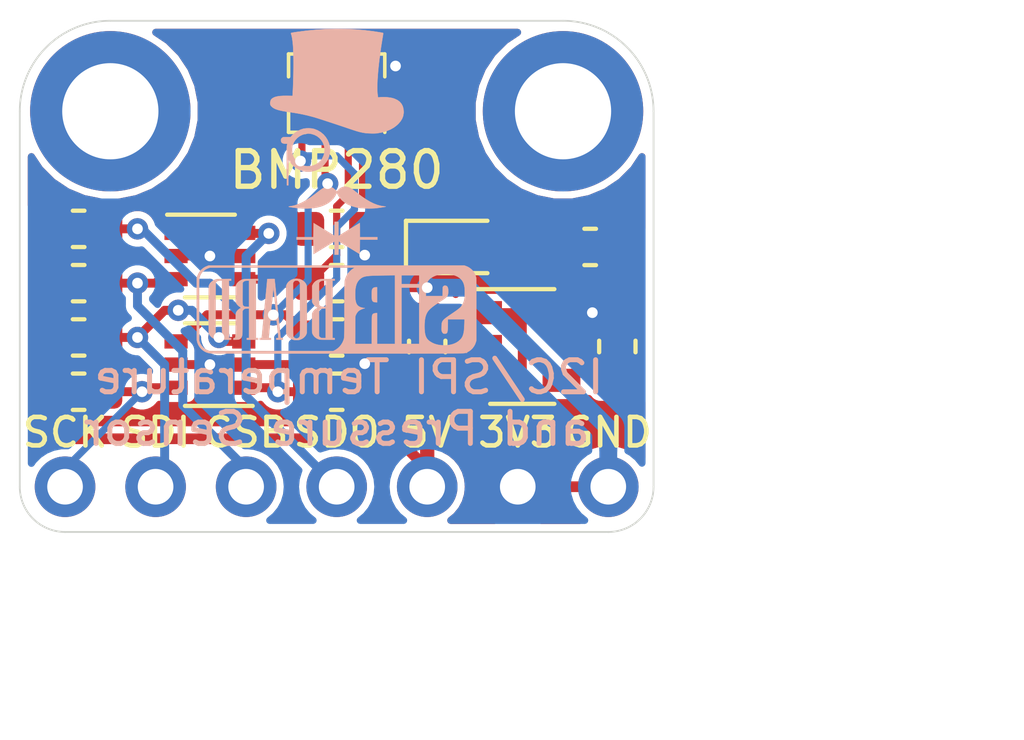
<source format=kicad_pcb>
(kicad_pcb (version 20171130) (host pcbnew "(5.1.2)-2")

  (general
    (thickness 1.6)
    (drawings 22)
    (tracks 134)
    (zones 0)
    (modules 21)
    (nets 14)
  )

  (page User 132.004 102.006)
  (title_block
    (title "BMP280 Breakout with 5V Level Shift")
    (date 2019-11-04)
    (rev 1)
    (company SirBoard)
    (comment 1 www.SirBoard.com)
    (comment 2 "Temperature and Pressure Sensor")
    (comment 3 BMP280)
  )

  (layers
    (0 F.Cu signal)
    (31 B.Cu signal)
    (32 B.Adhes user hide)
    (33 F.Adhes user hide)
    (34 B.Paste user hide)
    (35 F.Paste user hide)
    (36 B.SilkS user hide)
    (37 F.SilkS user)
    (38 B.Mask user hide)
    (39 F.Mask user hide)
    (40 Dwgs.User user)
    (41 Cmts.User user hide)
    (42 Eco1.User user hide)
    (43 Eco2.User user hide)
    (44 Edge.Cuts user)
    (45 Margin user hide)
    (46 B.CrtYd user hide)
    (47 F.CrtYd user hide)
    (48 B.Fab user hide)
    (49 F.Fab user hide)
  )

  (setup
    (last_trace_width 0.2)
    (user_trace_width 0.2)
    (user_trace_width 0.25)
    (user_trace_width 0.3)
    (user_trace_width 0.4)
    (user_trace_width 0.5)
    (user_trace_width 0.6)
    (user_trace_width 0.7)
    (user_trace_width 0.8)
    (user_trace_width 0.9)
    (user_trace_width 1)
    (trace_clearance 0.127)
    (zone_clearance 0.2)
    (zone_45_only no)
    (trace_min 0.127)
    (via_size 0.6)
    (via_drill 0.3)
    (via_min_size 0.6)
    (via_min_drill 0.3)
    (uvia_size 0.4)
    (uvia_drill 0.2)
    (uvias_allowed no)
    (uvia_min_size 0.4)
    (uvia_min_drill 0.1)
    (edge_width 0.05)
    (segment_width 0.2)
    (pcb_text_width 0.3)
    (pcb_text_size 1.5 1.5)
    (mod_edge_width 0.12)
    (mod_text_size 1 1)
    (mod_text_width 0.15)
    (pad_size 1.7 1.7)
    (pad_drill 1)
    (pad_to_mask_clearance 0)
    (solder_mask_min_width 0.1)
    (aux_axis_origin 0 0)
    (visible_elements 7FFFFFFF)
    (pcbplotparams
      (layerselection 0x010fc_ffffffff)
      (usegerberextensions false)
      (usegerberattributes false)
      (usegerberadvancedattributes false)
      (creategerberjobfile false)
      (excludeedgelayer true)
      (linewidth 0.100000)
      (plotframeref false)
      (viasonmask false)
      (mode 1)
      (useauxorigin false)
      (hpglpennumber 1)
      (hpglpenspeed 20)
      (hpglpendiameter 15.000000)
      (psnegative false)
      (psa4output false)
      (plotreference true)
      (plotvalue true)
      (plotinvisibletext false)
      (padsonsilk false)
      (subtractmaskfromsilk false)
      (outputformat 1)
      (mirror false)
      (drillshape 1)
      (scaleselection 1)
      (outputdirectory ""))
  )

  (net 0 "")
  (net 1 GND)
  (net 2 "Net-(D1-Pad2)")
  (net 3 5V)
  (net 4 3V3)
  (net 5 SDO_5V)
  (net 6 CSB_5V)
  (net 7 SDI_5V)
  (net 8 SCK_5V)
  (net 9 SDI_3V3)
  (net 10 SCK_3V3)
  (net 11 CSB_3V3)
  (net 12 SDO_3V3)
  (net 13 "Net-(U1-Pad4)")

  (net_class Default "This is the default net class."
    (clearance 0.127)
    (trace_width 0.127)
    (via_dia 0.6)
    (via_drill 0.3)
    (uvia_dia 0.4)
    (uvia_drill 0.2)
    (add_net 3V3)
    (add_net 5V)
    (add_net CSB_3V3)
    (add_net CSB_5V)
    (add_net GND)
    (add_net "Net-(D1-Pad2)")
    (add_net "Net-(U1-Pad4)")
    (add_net SCK_3V3)
    (add_net SCK_5V)
    (add_net SDI_3V3)
    (add_net SDI_5V)
    (add_net SDO_3V3)
    (add_net SDO_5V)
  )

  (module logo:SirBoard79x25 (layer B.Cu) (tedit 0) (tstamp 5DC13208)
    (at 63.373 35.025 180)
    (fp_text reference G*** (at 0 0) (layer B.SilkS) hide
      (effects (font (size 1.524 1.524) (thickness 0.3)) (justify mirror))
    )
    (fp_text value LOGO (at 0.75 0) (layer B.SilkS) hide
      (effects (font (size 1.524 1.524) (thickness 0.3)) (justify mirror))
    )
    (fp_poly (pts (xy 3.62458 1.218028) (xy 3.687078 1.191526) (xy 3.74371 1.156921) (xy 3.793981 1.114734)
      (xy 3.8374 1.065485) (xy 3.873473 1.009693) (xy 3.90171 0.947879) (xy 3.913171 0.913394)
      (xy 3.924026 0.8763) (xy 3.925573 0.02032) (xy 3.925771 -0.1048) (xy 3.925895 -0.219906)
      (xy 3.925943 -0.325142) (xy 3.925916 -0.420653) (xy 3.925813 -0.506583) (xy 3.925633 -0.583078)
      (xy 3.925375 -0.650282) (xy 3.925039 -0.70834) (xy 3.924624 -0.757396) (xy 3.924129 -0.797597)
      (xy 3.923555 -0.829086) (xy 3.922899 -0.852008) (xy 3.922162 -0.866508) (xy 3.921682 -0.87122)
      (xy 3.906957 -0.934311) (xy 3.882727 -0.994298) (xy 3.849372 -1.050414) (xy 3.807276 -1.101896)
      (xy 3.805946 -1.103294) (xy 3.757416 -1.147869) (xy 3.705571 -1.183126) (xy 3.649359 -1.209656)
      (xy 3.587725 -1.228044) (xy 3.579189 -1.229882) (xy 3.576037 -1.230493) (xy 3.572487 -1.231078)
      (xy 3.568313 -1.231636) (xy 3.563291 -1.232168) (xy 3.557194 -1.232676) (xy 3.549797 -1.233158)
      (xy 3.540876 -1.233617) (xy 3.530205 -1.234053) (xy 3.517559 -1.234466) (xy 3.502712 -1.234856)
      (xy 3.48544 -1.235225) (xy 3.465516 -1.235573) (xy 3.442717 -1.2359) (xy 3.416816 -1.236207)
      (xy 3.387589 -1.236495) (xy 3.354809 -1.236764) (xy 3.318253 -1.237015) (xy 3.277694 -1.237249)
      (xy 3.232908 -1.237465) (xy 3.183669 -1.237665) (xy 3.129751 -1.237849) (xy 3.070931 -1.238017)
      (xy 3.006982 -1.238171) (xy 2.937679 -1.23831) (xy 2.862797 -1.238436) (xy 2.782111 -1.238549)
      (xy 2.695395 -1.23865) (xy 2.602425 -1.238738) (xy 2.502974 -1.238815) (xy 2.396819 -1.238882)
      (xy 2.283733 -1.238938) (xy 2.163491 -1.238985) (xy 2.035868 -1.239023) (xy 1.900639 -1.239052)
      (xy 1.757579 -1.239073) (xy 1.606462 -1.239087) (xy 1.447063 -1.239094) (xy 1.279157 -1.239096)
      (xy 1.102518 -1.239091) (xy 0.916922 -1.239082) (xy 0.722143 -1.239068) (xy 0.517956 -1.23905)
      (xy 0.304136 -1.239029) (xy 0.080457 -1.239005) (xy 0.00254 -1.238997) (xy -0.228203 -1.238969)
      (xy -0.448999 -1.238938) (xy -0.66006 -1.238903) (xy -0.861599 -1.238863) (xy -1.053829 -1.238818)
      (xy -1.236964 -1.238768) (xy -1.411215 -1.238711) (xy -1.576795 -1.238649) (xy -1.733918 -1.23858)
      (xy -1.882796 -1.238503) (xy -2.023641 -1.238419) (xy -2.156667 -1.238327) (xy -2.282087 -1.238226)
      (xy -2.400112 -1.238116) (xy -2.510957 -1.237996) (xy -2.614833 -1.237867) (xy -2.711953 -1.237727)
      (xy -2.802531 -1.237577) (xy -2.886779 -1.237415) (xy -2.964909 -1.237242) (xy -3.037136 -1.237056)
      (xy -3.10367 -1.236858) (xy -3.164726 -1.236647) (xy -3.220515 -1.236422) (xy -3.271251 -1.236183)
      (xy -3.317147 -1.23593) (xy -3.358415 -1.235662) (xy -3.395268 -1.235379) (xy -3.427919 -1.23508)
      (xy -3.45658 -1.234764) (xy -3.481465 -1.234432) (xy -3.502785 -1.234083) (xy -3.520755 -1.233717)
      (xy -3.535586 -1.233332) (xy -3.547492 -1.232929) (xy -3.556685 -1.232507) (xy -3.563378 -1.232066)
      (xy -3.567784 -1.231605) (xy -3.5687 -1.231461) (xy -3.589448 -1.227444) (xy -3.607537 -1.223285)
      (xy -3.619614 -1.219772) (xy -3.62101 -1.219217) (xy -3.631906 -1.215143) (xy -3.637003 -1.214542)
      (xy -3.634652 -1.217483) (xy -3.632809 -1.218716) (xy -3.630975 -1.221719) (xy -3.638783 -1.222475)
      (xy -3.641349 -1.222375) (xy -3.653649 -1.220612) (xy -3.660906 -1.217588) (xy -3.660665 -1.215658)
      (xy -3.65669 -1.216737) (xy -3.648226 -1.217147) (xy -3.645553 -1.215175) (xy -3.647976 -1.210599)
      (xy -3.657436 -1.204338) (xy -3.664089 -1.201137) (xy -3.718761 -1.171951) (xy -3.768718 -1.134375)
      (xy -3.813124 -1.089407) (xy -3.851148 -1.038047) (xy -3.881953 -0.981295) (xy -3.904706 -0.920149)
      (xy -3.907731 -0.90932) (xy -3.91922 -0.86614) (xy -3.91922 -0.00254) (xy -3.919216 0.107637)
      (xy -3.919199 0.208122) (xy -3.919164 0.299384) (xy -3.919108 0.381891) (xy -3.919036 0.447193)
      (xy -3.595549 0.447193) (xy -3.595075 0.425937) (xy -3.592793 0.370443) (xy -3.588934 0.323091)
      (xy -3.583099 0.281932) (xy -3.57489 0.245015) (xy -3.563908 0.210392) (xy -3.549755 0.176113)
      (xy -3.539678 0.155108) (xy -3.527616 0.132127) (xy -3.515156 0.111112) (xy -3.50151 0.091351)
      (xy -3.485888 0.072128) (xy -3.467502 0.052731) (xy -3.445564 0.032447) (xy -3.419285 0.010561)
      (xy -3.387875 -0.013639) (xy -3.350547 -0.040867) (xy -3.306511 -0.071836) (xy -3.254979 -0.10726)
      (xy -3.23342 -0.121934) (xy -3.177426 -0.160061) (xy -3.129263 -0.193295) (xy -3.088328 -0.222409)
      (xy -3.054018 -0.248177) (xy -3.025733 -0.271373) (xy -3.002869 -0.29277) (xy -2.984825 -0.313141)
      (xy -2.970998 -0.333262) (xy -2.960785 -0.353905) (xy -2.953585 -0.375843) (xy -2.948796 -0.399851)
      (xy -2.945815 -0.426703) (xy -2.94404 -0.457171) (xy -2.942868 -0.492029) (xy -2.942775 -0.4953)
      (xy -2.941923 -0.528611) (xy -2.941615 -0.553678) (xy -2.94198 -0.572407) (xy -2.943144 -0.586707)
      (xy -2.945238 -0.598485) (xy -2.948387 -0.609647) (xy -2.950958 -0.617184) (xy -2.960405 -0.638234)
      (xy -2.972281 -0.657073) (xy -2.978696 -0.664586) (xy -2.990451 -0.674802) (xy -3.002422 -0.680479)
      (xy -3.018908 -0.683396) (xy -3.025637 -0.684021) (xy -3.05507 -0.682981) (xy -3.078064 -0.674279)
      (xy -3.095113 -0.65768) (xy -3.100604 -0.648326) (xy -3.105945 -0.631649) (xy -3.11037 -0.604882)
      (xy -3.113877 -0.568053) (xy -3.116464 -0.52119) (xy -3.11813 -0.464323) (xy -3.118871 -0.397479)
      (xy -3.118901 -0.38735) (xy -3.11912 -0.2794) (xy -3.58648 -0.2794) (xy -3.586368 -0.32385)
      (xy -3.585889 -0.358843) (xy -3.584695 -0.398497) (xy -3.582906 -0.440758) (xy -3.580646 -0.483572)
      (xy -3.578034 -0.524885) (xy -3.575192 -0.562644) (xy -3.572241 -0.594795) (xy -3.569302 -0.619285)
      (xy -3.568681 -0.62337) (xy -3.557885 -0.679216) (xy -3.544402 -0.726829) (xy -3.527445 -0.767959)
      (xy -3.50623 -0.804354) (xy -3.479972 -0.837762) (xy -3.465532 -0.853062) (xy -3.418082 -0.895098)
      (xy -3.365752 -0.930248) (xy -3.307568 -0.958985) (xy -3.242552 -0.981785) (xy -3.169729 -0.999122)
      (xy -3.1623 -1.000514) (xy -3.129987 -1.004968) (xy -3.090465 -1.008125) (xy -3.046608 -1.009954)
      (xy -3.001289 -1.010419) (xy -2.957381 -1.009487) (xy -2.917756 -1.007126) (xy -2.88798 -1.003726)
      (xy -2.812667 -0.988772) (xy -2.744468 -0.967858) (xy -2.681872 -0.94039) (xy -2.623367 -0.905775)
      (xy -2.604486 -0.892527) (xy -2.571915 -0.865761) (xy -2.544268 -0.836155) (xy -2.521252 -0.802839)
      (xy -2.502574 -0.76494) (xy -2.48794 -0.721585) (xy -2.477057 -0.671903) (xy -2.469632 -0.615022)
      (xy -2.465371 -0.550069) (xy -2.46398 -0.476173) (xy -2.463979 -0.47498) (xy -2.465906 -0.391038)
      (xy -2.471853 -0.315783) (xy -2.482025 -0.248487) (xy -2.496624 -0.188422) (xy -2.515853 -0.13486)
      (xy -2.539917 -0.087072) (xy -2.569016 -0.044331) (xy -2.59141 -0.018178) (xy -2.623839 0.014169)
      (xy -2.662542 0.048368) (xy -2.708063 0.084827) (xy -2.760944 0.123952) (xy -2.821727 0.166153)
      (xy -2.890956 0.211837) (xy -2.933089 0.23876) (xy -2.978167 0.267759) (xy -3.015189 0.292837)
      (xy -3.045049 0.314882) (xy -3.068643 0.334778) (xy -3.086865 0.353411) (xy -3.100611 0.371666)
      (xy -3.110777 0.390429) (xy -3.118257 0.410585) (xy -3.122369 0.425971) (xy -3.126688 0.452252)
      (xy -3.129014 0.483769) (xy -3.129403 0.517516) (xy -3.127911 0.550485) (xy -3.124594 0.579669)
      (xy -3.119508 0.60206) (xy -3.119078 0.603322) (xy -3.107186 0.630146) (xy -3.092701 0.648274)
      (xy -3.074049 0.65912) (xy -3.051509 0.663918) (xy -3.033428 0.665051) (xy -3.020891 0.663266)
      (xy -3.009493 0.657701) (xy -3.005171 0.654847) (xy -2.996198 0.648319) (xy -2.98917 0.641623)
      (xy -2.983829 0.633467) (xy -2.979913 0.622561) (xy -2.977163 0.607614) (xy -2.97532 0.587334)
      (xy -2.974124 0.560431) (xy -2.973315 0.525614) (xy -2.972813 0.494031) (xy -2.971007 0.370841)
      (xy -2.737056 0.370841) (xy -2.503105 0.37084) (xy -2.505858 0.49403) (xy -2.507938 0.556926)
      (xy -2.511255 0.6096) (xy -2.31648 0.6096) (xy -2.31648 -0.97028) (xy -1.81864 -0.97028)
      (xy -1.63576 -0.97028) (xy -1.13284 -0.97028) (xy -1.13284 -0.105228) (xy -1.092407 -0.107999)
      (xy -1.059447 -0.112077) (xy -1.034742 -0.119751) (xy -1.016752 -0.131913) (xy -1.00394 -0.149456)
      (xy -0.99822 -0.162595) (xy -0.996336 -0.168087) (xy -0.994695 -0.173983) (xy -0.993279 -0.181004)
      (xy -0.992066 -0.189866) (xy -0.991037 -0.20129) (xy -0.990172 -0.215994) (xy -0.989451 -0.234698)
      (xy -0.988853 -0.258119) (xy -0.988359 -0.286977) (xy -0.987949 -0.321991) (xy -0.987603 -0.36388)
      (xy -0.9873 -0.413362) (xy -0.987021 -0.471157) (xy -0.986746 -0.537983) (xy -0.986583 -0.58039)
      (xy -0.985106 -0.97028) (xy -0.517632 -0.97028) (xy -0.519166 -0.58547) (xy -0.519455 -0.513844)
      (xy -0.519727 -0.451652) (xy -0.520004 -0.398167) (xy -0.520308 -0.35266) (xy -0.520663 -0.314406)
      (xy -0.52109 -0.282678) (xy -0.521613 -0.256748) (xy -0.522255 -0.235891) (xy -0.523037 -0.219378)
      (xy -0.523982 -0.206484) (xy -0.525113 -0.196481) (xy -0.526453 -0.188642) (xy -0.528024 -0.182241)
      (xy -0.529849 -0.176551) (xy -0.53195 -0.170845) (xy -0.532071 -0.170524) (xy -0.556165 -0.119662)
      (xy -0.587578 -0.074535) (xy -0.602147 -0.058291) (xy -0.627789 -0.03673) (xy -0.661666 -0.015939)
      (xy -0.701857 0.003064) (xy -0.746441 0.019263) (xy -0.75184 0.020924) (xy -0.78994 0.032421)
      (xy -0.750967 0.038531) (xy -0.700336 0.048967) (xy -0.657973 0.06333) (xy -0.622566 0.082162)
      (xy -0.596545 0.10247) (xy -0.576043 0.124844) (xy -0.559013 0.15141) (xy -0.545249 0.183022)
      (xy -0.534546 0.220532) (xy -0.526699 0.264794) (xy -0.521501 0.316662) (xy -0.518746 0.376988)
      (xy -0.51816 0.427612) (xy -0.520255 0.507429) (xy -0.526687 0.578618) (xy -0.537681 0.641842)
      (xy -0.55346 0.697764) (xy -0.574246 0.747046) (xy -0.600264 0.790349) (xy -0.631736 0.828338)
      (xy -0.66294 0.856941) (xy -0.681074 0.871017) (xy -0.699328 0.883578) (xy -0.718372 0.894719)
      (xy -0.738872 0.904532) (xy -0.761496 0.913113) (xy -0.786913 0.920555) (xy -0.815789 0.926953)
      (xy -0.848791 0.9324) (xy -0.886589 0.936992) (xy -0.929849 0.940821) (xy -0.979238 0.943983)
      (xy -1.035425 0.946571) (xy -1.099077 0.948679) (xy -1.170862 0.950402) (xy -1.251447 0.951834)
      (xy -1.3415 0.953069) (xy -1.34493 0.953111) (xy -1.63576 0.956659) (xy -1.63576 -0.97028)
      (xy -1.81864 -0.97028) (xy -1.81864 0.6096) (xy -2.31648 0.6096) (xy -2.511255 0.6096)
      (xy -2.511338 0.610917) (xy -2.516343 0.657209) (xy -2.523235 0.697004) (xy -2.532297 0.731506)
      (xy -2.543813 0.761917) (xy -2.558066 0.789442) (xy -2.575339 0.815285) (xy -2.584165 0.826675)
      (xy -2.611637 0.854894) (xy -2.647462 0.882551) (xy -2.689842 0.908647) (xy -2.736979 0.932182)
      (xy -2.787077 0.952158) (xy -2.796622 0.95504) (xy -2.31648 0.95504) (xy -2.31648 0.70612)
      (xy -1.81864 0.70612) (xy -1.81864 0.95504) (xy -2.31648 0.95504) (xy -2.796622 0.95504)
      (xy -2.83718 0.967285) (xy -2.895609 0.979053) (xy -2.959896 0.986793) (xy -3.027404 0.990499)
      (xy -3.095497 0.990164) (xy -3.161539 0.985783) (xy -3.222891 0.977349) (xy -3.264415 0.968315)
      (xy -3.329711 0.947375) (xy -3.388619 0.920444) (xy -3.440429 0.887972) (xy -3.48443 0.850406)
      (xy -3.519913 0.808196) (xy -3.521383 0.806069) (xy -3.543409 0.769557) (xy -3.561286 0.729871)
      (xy -3.575217 0.685965) (xy -3.585406 0.636792) (xy -3.592056 0.581303) (xy -3.595369 0.518453)
      (xy -3.595549 0.447193) (xy -3.919036 0.447193) (xy -3.919026 0.456112) (xy -3.918912 0.522514)
      (xy -3.918763 0.581567) (xy -3.918573 0.633739) (xy -3.918338 0.679497) (xy -3.918053 0.719311)
      (xy -3.917714 0.753649) (xy -3.917315 0.78298) (xy -3.916853 0.807771) (xy -3.916322 0.828491)
      (xy -3.915718 0.845608) (xy -3.915036 0.859591) (xy -3.914272 0.870909) (xy -3.913421 0.880029)
      (xy -3.912477 0.88742) (xy -3.911438 0.89355) (xy -3.910297 0.898888) (xy -3.910233 0.89916)
      (xy -3.890161 0.962838) (xy -3.861434 1.021715) (xy -3.824682 1.075116) (xy -3.780535 1.122366)
      (xy -3.729624 1.162787) (xy -3.71121 1.173413) (xy -0.51562 1.173413) (xy -0.482716 1.155076)
      (xy -0.424569 1.116931) (xy -0.372255 1.070862) (xy -0.326471 1.017711) (xy -0.287913 0.958319)
      (xy -0.257278 0.893527) (xy -0.249944 0.87376) (xy -0.245768 0.861875) (xy -0.241979 0.850948)
      (xy -0.238556 0.840457) (xy -0.235482 0.829883) (xy -0.232738 0.818703) (xy -0.230305 0.806396)
      (xy -0.228164 0.792441) (xy -0.226297 0.776317) (xy -0.224685 0.757503) (xy -0.223309 0.735477)
      (xy -0.222151 0.709718) (xy -0.221191 0.679705) (xy -0.220412 0.644917) (xy -0.219794 0.604832)
      (xy -0.21932 0.55893) (xy -0.218969 0.506688) (xy -0.218723 0.447586) (xy -0.218564 0.381103)
      (xy -0.218473 0.306717) (xy -0.218432 0.223906) (xy -0.218421 0.132151) (xy -0.218422 0.030929)
      (xy -0.218421 -0.004705) (xy -0.218417 -0.10899) (xy -0.218401 -0.203632) (xy -0.218358 -0.289146)
      (xy -0.218273 -0.366048) (xy -0.21813 -0.434855) (xy -0.217914 -0.496083) (xy -0.217611 -0.550247)
      (xy -0.217204 -0.597865) (xy -0.21668 -0.639451) (xy -0.216023 -0.675523) (xy -0.215217 -0.706596)
      (xy -0.214249 -0.733187) (xy -0.213101 -0.755811) (xy -0.211761 -0.774985) (xy -0.210211 -0.791225)
      (xy -0.208438 -0.805046) (xy -0.206425 -0.816967) (xy -0.204159 -0.827501) (xy -0.201623 -0.837166)
      (xy -0.198803 -0.846477) (xy -0.195684 -0.855951) (xy -0.19327 -0.863086) (xy -0.16605 -0.927872)
      (xy -0.13012 -0.988049) (xy -0.086198 -1.042793) (xy -0.035003 -1.091277) (xy 0.022744 -1.132675)
      (xy 0.059521 -1.153403) (xy 0.098949 -1.173567) (xy 1.831284 -1.172253) (xy 3.56362 -1.17094)
      (xy 3.60426 -1.157099) (xy 3.652131 -1.137513) (xy 3.694531 -1.112631) (xy 3.734514 -1.080525)
      (xy 3.751579 -1.064165) (xy 3.781713 -1.031536) (xy 3.805078 -0.999968) (xy 3.82394 -0.96588)
      (xy 3.840567 -0.925692) (xy 3.842335 -0.920806) (xy 3.85826 -0.8763) (xy 3.85968 -0.02032)
      (xy 3.859856 0.090291) (xy 3.859997 0.191204) (xy 3.860101 0.282883) (xy 3.860163 0.365789)
      (xy 3.86018 0.440385) (xy 3.86015 0.507133) (xy 3.860068 0.566497) (xy 3.859932 0.618938)
      (xy 3.859738 0.664919) (xy 3.859483 0.704903) (xy 3.859164 0.739352) (xy 3.858776 0.768729)
      (xy 3.858317 0.793495) (xy 3.857784 0.814115) (xy 3.857173 0.831049) (xy 3.856481 0.844761)
      (xy 3.855704 0.855714) (xy 3.854839 0.864368) (xy 3.853883 0.871188) (xy 3.85323 0.874763)
      (xy 3.836409 0.933633) (xy 3.810872 0.98766) (xy 3.777105 1.036312) (xy 3.735591 1.079059)
      (xy 3.686816 1.115368) (xy 3.631264 1.144708) (xy 3.5941 1.159009) (xy 3.55854 1.17094)
      (xy 1.52146 1.172177) (xy -0.51562 1.173413) (xy -3.71121 1.173413) (xy -3.672578 1.195706)
      (xy -3.610946 1.220156) (xy -3.57378 1.2319) (xy 3.58394 1.2319) (xy 3.62458 1.218028)) (layer B.SilkS) (width 0.01))
    (fp_poly (pts (xy 1.158324 0.857763) (xy 1.196422 0.85313) (xy 1.21516 0.848789) (xy 1.26341 0.830718)
      (xy 1.307252 0.805844) (xy 1.345441 0.775243) (xy 1.376732 0.739994) (xy 1.39988 0.701173)
      (xy 1.407463 0.682379) (xy 1.408891 0.677976) (xy 1.410175 0.673148) (xy 1.411322 0.667357)
      (xy 1.412338 0.660064) (xy 1.413233 0.65073) (xy 1.414014 0.638816) (xy 1.414689 0.623783)
      (xy 1.415265 0.605092) (xy 1.415751 0.582205) (xy 1.416153 0.554581) (xy 1.41648 0.521684)
      (xy 1.41674 0.482972) (xy 1.41694 0.437908) (xy 1.417088 0.385953) (xy 1.417192 0.326567)
      (xy 1.417259 0.259213) (xy 1.417298 0.183349) (xy 1.417315 0.098439) (xy 1.417319 0.003943)
      (xy 1.41732 -0.00254) (xy 1.417316 -0.097677) (xy 1.417299 -0.183194) (xy 1.417262 -0.259628)
      (xy 1.417197 -0.327519) (xy 1.417096 -0.387406) (xy 1.416951 -0.439828) (xy 1.416755 -0.485323)
      (xy 1.416499 -0.52443) (xy 1.416177 -0.557689) (xy 1.415779 -0.585639) (xy 1.4153 -0.608818)
      (xy 1.41473 -0.627765) (xy 1.414061 -0.643019) (xy 1.413288 -0.655119) (xy 1.4124 -0.664604)
      (xy 1.411391 -0.672014) (xy 1.410254 -0.677886) (xy 1.408979 -0.68276) (xy 1.40756 -0.687175)
      (xy 1.407463 -0.687458) (xy 1.38847 -0.727657) (xy 1.360833 -0.764799) (xy 1.325883 -0.797748)
      (xy 1.284953 -0.825368) (xy 1.239374 -0.846523) (xy 1.210198 -0.855679) (xy 1.182763 -0.860521)
      (xy 1.149457 -0.862988) (xy 1.113826 -0.863119) (xy 1.079417 -0.860953) (xy 1.049773 -0.85653)
      (xy 1.03886 -0.853791) (xy 0.989475 -0.835348) (xy 0.947046 -0.811087) (xy 0.909424 -0.779708)
      (xy 0.898998 -0.768973) (xy 0.876574 -0.742473) (xy 0.860344 -0.716887) (xy 0.847737 -0.687995)
      (xy 0.845175 -0.68072) (xy 0.843788 -0.676322) (xy 0.842543 -0.671341) (xy 0.841432 -0.665237)
      (xy 0.840447 -0.657468) (xy 0.839581 -0.647494) (xy 0.838825 -0.634774) (xy 0.838173 -0.618768)
      (xy 0.837617 -0.598935) (xy 0.83715 -0.574734) (xy 0.836763 -0.545624) (xy 0.836449 -0.511066)
      (xy 0.8362 -0.470518) (xy 0.83601 -0.42344) (xy 0.83587 -0.369291) (xy 0.835773 -0.30753)
      (xy 0.835711 -0.237617) (xy 0.835697 -0.204576) (xy 1.027085 -0.204576) (xy 1.027092 -0.300004)
      (xy 1.027189 -0.386352) (xy 1.027375 -0.4635) (xy 1.027651 -0.531327) (xy 1.028014 -0.589714)
      (xy 1.028466 -0.638539) (xy 1.029004 -0.677683) (xy 1.029629 -0.707026) (xy 1.03034 -0.726447)
      (xy 1.031119 -0.735735) (xy 1.03646 -0.75498) (xy 1.044298 -0.772837) (xy 1.04875 -0.779877)
      (xy 1.069982 -0.799852) (xy 1.096161 -0.812408) (xy 1.124941 -0.817203) (xy 1.153975 -0.813891)
      (xy 1.180917 -0.802129) (xy 1.18441 -0.799773) (xy 1.199141 -0.787048) (xy 1.211515 -0.772527)
      (xy 1.214864 -0.767159) (xy 1.21615 -0.764442) (xy 1.217314 -0.761037) (xy 1.218361 -0.756446)
      (xy 1.219297 -0.750174) (xy 1.22013 -0.741726) (xy 1.220864 -0.730605) (xy 1.221507 -0.716317)
      (xy 1.222063 -0.698365) (xy 1.22254 -0.676254) (xy 1.222944 -0.649488) (xy 1.22328 -0.617572)
      (xy 1.223554 -0.580009) (xy 1.223774 -0.536304) (xy 1.223944 -0.485962) (xy 1.224072 -0.428487)
      (xy 1.224162 -0.363382) (xy 1.224222 -0.290153) (xy 1.224258 -0.208304) (xy 1.224275 -0.117338)
      (xy 1.224279 -0.016761) (xy 1.22428 -0.005493) (xy 1.22428 0.738473) (xy 1.213504 0.760732)
      (xy 1.197168 0.784881) (xy 1.175228 0.800868) (xy 1.147137 0.809009) (xy 1.12776 0.81026)
      (xy 1.096269 0.80673) (xy 1.071233 0.795723) (xy 1.051611 0.776622) (xy 1.040745 0.758526)
      (xy 1.0287 0.73406) (xy 1.027344 0.01304) (xy 1.027169 -0.100188) (xy 1.027085 -0.204576)
      (xy 0.835697 -0.204576) (xy 0.835676 -0.159012) (xy 0.835662 -0.071172) (xy 0.83566 -0.00254)
      (xy 0.835664 0.092185) (xy 0.835682 0.17729) (xy 0.835722 0.253317) (xy 0.835791 0.320806)
      (xy 0.835898 0.380299) (xy 0.836049 0.432336) (xy 0.836252 0.477458) (xy 0.836515 0.516206)
      (xy 0.836846 0.549121) (xy 0.837253 0.576743) (xy 0.837743 0.599614) (xy 0.838323 0.618274)
      (xy 0.839002 0.633264) (xy 0.839788 0.645126) (xy 0.840687 0.654399) (xy 0.841708 0.661625)
      (xy 0.842858 0.667344) (xy 0.844145 0.672098) (xy 0.845303 0.67564) (xy 0.865642 0.719348)
      (xy 0.894547 0.758833) (xy 0.930976 0.793173) (xy 0.973886 0.821452) (xy 1.022237 0.842748)
      (xy 1.041436 0.848712) (xy 1.076814 0.855552) (xy 1.117116 0.858569) (xy 1.158324 0.857763)) (layer B.SilkS) (width 0.01))
    (fp_poly (pts (xy 0.25273 0.852036) (xy 0.303694 0.851354) (xy 0.345628 0.85067) (xy 0.379659 0.849924)
      (xy 0.406915 0.849055) (xy 0.428526 0.848002) (xy 0.44562 0.846704) (xy 0.459325 0.845102)
      (xy 0.470769 0.843133) (xy 0.481082 0.840737) (xy 0.485653 0.839504) (xy 0.536166 0.820876)
      (xy 0.58157 0.794977) (xy 0.620703 0.762706) (xy 0.652407 0.72496) (xy 0.668415 0.698041)
      (xy 0.68834 0.65878) (xy 0.68834 0.20574) (xy 0.671863 0.172064) (xy 0.65186 0.140268)
      (xy 0.624557 0.109746) (xy 0.592716 0.083175) (xy 0.559898 0.063606) (xy 0.54417 0.05577)
      (xy 0.532872 0.049443) (xy 0.528368 0.045952) (xy 0.528362 0.045895) (xy 0.532538 0.042396)
      (xy 0.543537 0.035629) (xy 0.559133 0.026949) (xy 0.562044 0.0254) (xy 0.600311 0.000689)
      (xy 0.633807 -0.029813) (xy 0.660442 -0.064013) (xy 0.671841 -0.084543) (xy 0.68834 -0.11938)
      (xy 0.689785 -0.382971) (xy 0.690082 -0.442381) (xy 0.690254 -0.492519) (xy 0.69028 -0.534274)
      (xy 0.690138 -0.568533) (xy 0.689806 -0.596184) (xy 0.689263 -0.618115) (xy 0.688489 -0.635214)
      (xy 0.687461 -0.648368) (xy 0.686158 -0.658466) (xy 0.684558 -0.666396) (xy 0.68281 -0.672531)
      (xy 0.664221 -0.713889) (xy 0.636936 -0.751913) (xy 0.602155 -0.785562) (xy 0.561077 -0.813797)
      (xy 0.514902 -0.835581) (xy 0.482673 -0.845801) (xy 0.473011 -0.847833) (xy 0.460572 -0.849489)
      (xy 0.444345 -0.850804) (xy 0.423315 -0.85181) (xy 0.39647 -0.852542) (xy 0.362798 -0.853035)
      (xy 0.321286 -0.85332) (xy 0.27092 -0.853434) (xy 0.254536 -0.85344) (xy 0.05588 -0.85344)
      (xy 0.05588 -0.80772) (xy 0.11684 -0.80772) (xy 0.30988 -0.80772) (xy 0.366696 -0.80772)
      (xy 0.393791 -0.807385) (xy 0.413311 -0.806154) (xy 0.427826 -0.803684) (xy 0.439907 -0.799633)
      (xy 0.445028 -0.797304) (xy 0.462123 -0.786277) (xy 0.477795 -0.771858) (xy 0.480922 -0.768094)
      (xy 0.4953 -0.7493) (xy 0.4953 -0.042438) (xy 0.481665 -0.021834) (xy 0.467044 -0.004304)
      (xy 0.448724 0.008472) (xy 0.425062 0.017144) (xy 0.394418 0.022361) (xy 0.364773 0.024444)
      (xy 0.30988 0.026706) (xy 0.30988 -0.80772) (xy 0.11684 -0.80772) (xy 0.11684 0.07112)
      (xy 0.30988 0.07112) (xy 0.366696 0.07112) (xy 0.393791 0.071455) (xy 0.413311 0.072686)
      (xy 0.427826 0.075156) (xy 0.439907 0.079207) (xy 0.445028 0.081536) (xy 0.462123 0.092563)
      (xy 0.477795 0.106982) (xy 0.480922 0.110746) (xy 0.4953 0.12954) (xy 0.4953 0.739882)
      (xy 0.481665 0.760486) (xy 0.467044 0.778016) (xy 0.448724 0.790792) (xy 0.425062 0.799464)
      (xy 0.394418 0.804681) (xy 0.364773 0.806764) (xy 0.30988 0.809026) (xy 0.30988 0.07112)
      (xy 0.11684 0.07112) (xy 0.11684 0.80772) (xy 0.05588 0.80772) (xy 0.05588 0.854508)
      (xy 0.25273 0.852036)) (layer B.SilkS) (width 0.01))
    (fp_poly (pts (xy 1.804558 0.853945) (xy 1.831517 0.853664) (xy 1.859294 0.853159) (xy 1.886037 0.852464)
      (xy 1.909893 0.851611) (xy 1.929009 0.850635) (xy 1.941533 0.849567) (xy 1.94564 0.848527)
      (xy 1.946112 0.842677) (xy 1.947488 0.827368) (xy 1.949705 0.803255) (xy 1.952702 0.770994)
      (xy 1.956415 0.73124) (xy 1.960783 0.684647) (xy 1.965743 0.631871) (xy 1.971234 0.573567)
      (xy 1.977193 0.51039) (xy 1.983558 0.442995) (xy 1.990267 0.372038) (xy 1.997257 0.298173)
      (xy 2.004467 0.222056) (xy 2.011834 0.144342) (xy 2.019296 0.065685) (xy 2.026791 -0.013258)
      (xy 2.034256 -0.091833) (xy 2.04163 -0.169385) (xy 2.04885 -0.245258) (xy 2.055854 -0.318798)
      (xy 2.06258 -0.389348) (xy 2.068965 -0.456255) (xy 2.074948 -0.518863) (xy 2.080466 -0.576517)
      (xy 2.085458 -0.628561) (xy 2.08986 -0.674341) (xy 2.093611 -0.713202) (xy 2.096648 -0.744487)
      (xy 2.09891 -0.767543) (xy 2.100334 -0.781713) (xy 2.100816 -0.78613) (xy 2.103742 -0.80772)
      (xy 2.159 -0.80772) (xy 2.159 -0.85344) (xy 1.84404 -0.85344) (xy 1.84404 -0.80772)
      (xy 1.87452 -0.80772) (xy 1.891392 -0.807509) (xy 1.900498 -0.806102) (xy 1.904234 -0.802339)
      (xy 1.904994 -0.795059) (xy 1.905 -0.792943) (xy 1.904545 -0.784879) (xy 1.903247 -0.767814)
      (xy 1.901199 -0.742863) (xy 1.898499 -0.71114) (xy 1.895241 -0.673762) (xy 1.891521 -0.631843)
      (xy 1.887436 -0.586499) (xy 1.88468 -0.55626) (xy 1.880421 -0.509541) (xy 1.876466 -0.465729)
      (xy 1.872908 -0.425906) (xy 1.869844 -0.391156) (xy 1.867367 -0.362562) (xy 1.865573 -0.341206)
      (xy 1.864558 -0.328171) (xy 1.86436 -0.324656) (xy 1.863829 -0.321205) (xy 1.861321 -0.318687)
      (xy 1.85546 -0.316953) (xy 1.84487 -0.31586) (xy 1.828175 -0.31526) (xy 1.804001 -0.315009)
      (xy 1.77292 -0.31496) (xy 1.743709 -0.315125) (xy 1.71836 -0.315585) (xy 1.698474 -0.316284)
      (xy 1.685654 -0.317167) (xy 1.68148 -0.318104) (xy 1.680994 -0.323651) (xy 1.679603 -0.338288)
      (xy 1.677408 -0.360996) (xy 1.674506 -0.390754) (xy 1.670999 -0.426542) (xy 1.666986 -0.467341)
      (xy 1.662566 -0.51213) (xy 1.65862 -0.552017) (xy 1.653915 -0.599772) (xy 1.649537 -0.644731)
      (xy 1.645587 -0.685819) (xy 1.642165 -0.721962) (xy 1.639372 -0.752083) (xy 1.637309 -0.775109)
      (xy 1.636078 -0.789964) (xy 1.63576 -0.795252) (xy 1.636516 -0.802395) (xy 1.640443 -0.806115)
      (xy 1.650021 -0.807519) (xy 1.6637 -0.80772) (xy 1.69164 -0.80772) (xy 1.69164 -0.85344)
      (xy 1.50876 -0.85344) (xy 1.50876 -0.808204) (xy 1.540323 -0.806692) (xy 1.571887 -0.80518)
      (xy 1.627163 -0.26543) (xy 1.686417 -0.26543) (xy 1.687237 -0.268671) (xy 1.690511 -0.271018)
      (xy 1.697635 -0.272612) (xy 1.710007 -0.273595) (xy 1.729024 -0.274111) (xy 1.756083 -0.274302)
      (xy 1.773619 -0.27432) (xy 1.860678 -0.27432) (xy 1.85773 -0.24765) (xy 1.856666 -0.236944)
      (xy 1.854836 -0.217323) (xy 1.852348 -0.189992) (xy 1.84931 -0.156156) (xy 1.845832 -0.117022)
      (xy 1.842019 -0.073797) (xy 1.837981 -0.027685) (xy 1.83579 -0.00254) (xy 1.831719 0.043501)
      (xy 1.827797 0.086357) (xy 1.82413 0.124979) (xy 1.820825 0.15832) (xy 1.817985 0.185332)
      (xy 1.815717 0.204967) (xy 1.814127 0.216178) (xy 1.813526 0.21844) (xy 1.812383 0.223896)
      (xy 1.810513 0.238378) (xy 1.808025 0.260788) (xy 1.805033 0.290028) (xy 1.801647 0.325)
      (xy 1.797978 0.364605) (xy 1.794139 0.407744) (xy 1.793043 0.42037) (xy 1.789191 0.464184)
      (xy 1.785495 0.504667) (xy 1.782064 0.540741) (xy 1.779008 0.571324) (xy 1.776435 0.595337)
      (xy 1.774454 0.611701) (xy 1.773174 0.619334) (xy 1.772948 0.61976) (xy 1.772145 0.61485)
      (xy 1.770469 0.600708) (xy 1.768007 0.578216) (xy 1.764845 0.548257) (xy 1.761069 0.511714)
      (xy 1.756765 0.46947) (xy 1.752021 0.422406) (xy 1.746921 0.371405) (xy 1.741553 0.31735)
      (xy 1.736003 0.261124) (xy 1.730356 0.20361) (xy 1.7247 0.145688) (xy 1.71912 0.088243)
      (xy 1.713703 0.032157) (xy 1.708534 -0.021687) (xy 1.703702 -0.072408) (xy 1.69929 -0.119122)
      (xy 1.695387 -0.160946) (xy 1.692077 -0.196999) (xy 1.689448 -0.226398) (xy 1.687586 -0.248259)
      (xy 1.686576 -0.261702) (xy 1.686417 -0.26543) (xy 1.627163 -0.26543) (xy 1.656687 0.02286)
      (xy 1.665976 0.113536) (xy 1.674985 0.20145) (xy 1.683661 0.286074) (xy 1.69195 0.366878)
      (xy 1.699796 0.443332) (xy 1.707146 0.514906) (xy 1.713945 0.581071) (xy 1.720138 0.641297)
      (xy 1.725671 0.695055) (xy 1.73049 0.741814) (xy 1.73454 0.781046) (xy 1.737767 0.812221)
      (xy 1.740116 0.834808) (xy 1.741532 0.848279) (xy 1.741964 0.85217) (xy 1.747121 0.853115)
      (xy 1.760507 0.853704) (xy 1.780271 0.853969) (xy 1.804558 0.853945)) (layer B.SilkS) (width 0.01))
    (fp_poly (pts (xy 2.40157 0.852036) (xy 2.454097 0.85129) (xy 2.497495 0.850504) (xy 2.532791 0.849627)
      (xy 2.561015 0.848611) (xy 2.583197 0.847407) (xy 2.600366 0.845965) (xy 2.613552 0.844236)
      (xy 2.623783 0.842171) (xy 2.627257 0.841246) (xy 2.678364 0.822302) (xy 2.723994 0.796641)
      (xy 2.763203 0.765088) (xy 2.795046 0.728467) (xy 2.818579 0.687604) (xy 2.826484 0.667214)
      (xy 2.828608 0.659912) (xy 2.830339 0.651425) (xy 2.831708 0.640753) (xy 2.832744 0.626893)
      (xy 2.833475 0.608841) (xy 2.833933 0.585596) (xy 2.834145 0.556155) (xy 2.834142 0.519515)
      (xy 2.833952 0.474675) (xy 2.833624 0.423374) (xy 2.8321 0.20574) (xy 2.815623 0.172064)
      (xy 2.79562 0.140268) (xy 2.768317 0.109746) (xy 2.736476 0.083175) (xy 2.703658 0.063606)
      (xy 2.687908 0.055658) (xy 2.676592 0.049056) (xy 2.672085 0.045188) (xy 2.67208 0.045122)
      (xy 2.676333 0.041224) (xy 2.686633 0.036564) (xy 2.68726 0.036342) (xy 2.711803 0.024591)
      (xy 2.73869 0.006524) (xy 2.764985 -0.015496) (xy 2.787751 -0.039104) (xy 2.798694 -0.05334)
      (xy 2.805218 -0.062783) (xy 2.810832 -0.071152) (xy 2.815609 -0.079253) (xy 2.819624 -0.08789)
      (xy 2.822952 -0.097871) (xy 2.825665 -0.110001) (xy 2.827838 -0.125085) (xy 2.829546 -0.14393)
      (xy 2.830861 -0.167341) (xy 2.831859 -0.196125) (xy 2.832613 -0.231086) (xy 2.833198 -0.273032)
      (xy 2.833686 -0.322768) (xy 2.834154 -0.3811) (xy 2.83464 -0.4445) (xy 2.835169 -0.511474)
      (xy 2.835668 -0.569042) (xy 2.836189 -0.617957) (xy 2.836785 -0.658972) (xy 2.837509 -0.692841)
      (xy 2.838414 -0.720316) (xy 2.839551 -0.742151) (xy 2.840975 -0.759098) (xy 2.842737 -0.771913)
      (xy 2.84489 -0.781346) (xy 2.847488 -0.788153) (xy 2.850582 -0.793086) (xy 2.854226 -0.796897)
      (xy 2.858471 -0.800342) (xy 2.859599 -0.801208) (xy 2.870714 -0.805987) (xy 2.88163 -0.807558)
      (xy 2.890168 -0.80843) (xy 2.894255 -0.812609) (xy 2.895518 -0.822835) (xy 2.8956 -0.831056)
      (xy 2.8956 -0.854392) (xy 2.82321 -0.852305) (xy 2.792619 -0.851193) (xy 2.770064 -0.849702)
      (xy 2.753418 -0.847546) (xy 2.740558 -0.844436) (xy 2.729359 -0.840087) (xy 2.72796 -0.839437)
      (xy 2.698888 -0.821122) (xy 2.676401 -0.796385) (xy 2.66011 -0.764571) (xy 2.649627 -0.725027)
      (xy 2.646435 -0.702089) (xy 2.645586 -0.688946) (xy 2.644785 -0.666699) (xy 2.644044 -0.636402)
      (xy 2.643379 -0.599112) (xy 2.642804 -0.555884) (xy 2.642333 -0.507773) (xy 2.641981 -0.455835)
      (xy 2.641761 -0.401125) (xy 2.64169 -0.352784) (xy 2.6416 -0.047709) (xy 2.626936 -0.024586)
      (xy 2.612339 -0.006046) (xy 2.594442 0.007421) (xy 2.571516 0.016545) (xy 2.541834 0.022058)
      (xy 2.511194 0.024398) (xy 2.45872 0.026732) (xy 2.45872 -0.80772) (xy 2.51968 -0.80772)
      (xy 2.51968 -0.85344) (xy 2.20472 -0.85344) (xy 2.20472 -0.80772) (xy 2.26568 -0.80772)
      (xy 2.26568 0.070292) (xy 2.45872 0.070292) (xy 2.521766 0.071976) (xy 2.548179 0.072779)
      (xy 2.566622 0.073829) (xy 2.579285 0.07558) (xy 2.588357 0.078489) (xy 2.596026 0.083009)
      (xy 2.603782 0.089028) (xy 2.611472 0.095132) (xy 2.618053 0.10057) (xy 2.623606 0.106142)
      (xy 2.628214 0.112646) (xy 2.631961 0.12088) (xy 2.634929 0.131643) (xy 2.637201 0.145734)
      (xy 2.638861 0.163951) (xy 2.63999 0.187092) (xy 2.640672 0.215958) (xy 2.64099 0.251345)
      (xy 2.641026 0.294053) (xy 2.640864 0.34488) (xy 2.640586 0.404625) (xy 2.640413 0.44196)
      (xy 2.63906 0.74422) (xy 2.624682 0.763015) (xy 2.608059 0.780383) (xy 2.587706 0.792821)
      (xy 2.561852 0.80101) (xy 2.528728 0.805631) (xy 2.511194 0.806718) (xy 2.45872 0.809052)
      (xy 2.45872 0.070292) (xy 2.26568 0.070292) (xy 2.26568 0.80772) (xy 2.20472 0.80772)
      (xy 2.20472 0.854579) (xy 2.40157 0.852036)) (layer B.SilkS) (width 0.01))
    (fp_poly (pts (xy 3.15849 0.852036) (xy 3.211017 0.85129) (xy 3.254415 0.850504) (xy 3.289711 0.849627)
      (xy 3.317935 0.848611) (xy 3.340117 0.847407) (xy 3.357286 0.845965) (xy 3.370472 0.844236)
      (xy 3.380703 0.842171) (xy 3.384177 0.841246) (xy 3.435209 0.822322) (xy 3.480827 0.796665)
      (xy 3.520065 0.765113) (xy 3.551957 0.728506) (xy 3.575539 0.687682) (xy 3.583106 0.668386)
      (xy 3.584347 0.664078) (xy 3.585462 0.65854) (xy 3.586457 0.651237) (xy 3.587339 0.641635)
      (xy 3.588114 0.629198) (xy 3.588789 0.613391) (xy 3.589371 0.59368) (xy 3.589867 0.569528)
      (xy 3.590283 0.540402) (xy 3.590626 0.505766) (xy 3.590903 0.465086) (xy 3.591121 0.417826)
      (xy 3.591286 0.363451) (xy 3.591406 0.301427) (xy 3.591486 0.231217) (xy 3.591534 0.152289)
      (xy 3.591556 0.064105) (xy 3.59156 -0.002649) (xy 3.591556 -0.097004) (xy 3.591539 -0.181742)
      (xy 3.591501 -0.257408) (xy 3.591434 -0.324544) (xy 3.59133 -0.383695) (xy 3.591182 -0.435403)
      (xy 3.590981 -0.480213) (xy 3.590719 -0.518668) (xy 3.590389 -0.551311) (xy 3.589982 -0.578687)
      (xy 3.58949 -0.601338) (xy 3.588906 -0.619809) (xy 3.588222 -0.634642) (xy 3.587429 -0.646382)
      (xy 3.58652 -0.655572) (xy 3.585487 -0.662755) (xy 3.584322 -0.668476) (xy 3.583017 -0.673277)
      (xy 3.581703 -0.677298) (xy 3.56271 -0.717497) (xy 3.535073 -0.754639) (xy 3.500123 -0.787588)
      (xy 3.459193 -0.815208) (xy 3.413614 -0.836363) (xy 3.384438 -0.845519) (xy 3.374698 -0.847623)
      (xy 3.362624 -0.849335) (xy 3.347163 -0.850691) (xy 3.327266 -0.851729) (xy 3.301881 -0.852484)
      (xy 3.269957 -0.852995) (xy 3.230445 -0.853297) (xy 3.182293 -0.853427) (xy 3.157756 -0.85344)
      (xy 2.96164 -0.85344) (xy 2.96164 -0.808548) (xy 3.21564 -0.808548) (xy 3.278686 -0.806864)
      (xy 3.305099 -0.806061) (xy 3.323542 -0.805011) (xy 3.336205 -0.80326) (xy 3.345277 -0.800351)
      (xy 3.352946 -0.795831) (xy 3.360702 -0.789812) (xy 3.374671 -0.776285) (xy 3.386522 -0.761161)
      (xy 3.389141 -0.756792) (xy 3.390436 -0.754103) (xy 3.391606 -0.750771) (xy 3.392656 -0.7463)
      (xy 3.393591 -0.740193) (xy 3.394417 -0.731954) (xy 3.395139 -0.721085) (xy 3.395762 -0.70709)
      (xy 3.396293 -0.689473) (xy 3.396735 -0.667737) (xy 3.397095 -0.641385) (xy 3.397378 -0.609921)
      (xy 3.397588 -0.572847) (xy 3.397733 -0.529668) (xy 3.397816 -0.479887) (xy 3.397843 -0.423007)
      (xy 3.397819 -0.358531) (xy 3.397751 -0.285963) (xy 3.397642 -0.204806) (xy 3.397499 -0.114564)
      (xy 3.397327 -0.01474) (xy 3.397296 0.00254) (xy 3.39598 0.74422) (xy 3.381602 0.763015)
      (xy 3.364979 0.780383) (xy 3.344626 0.792821) (xy 3.318772 0.80101) (xy 3.285648 0.805631)
      (xy 3.268114 0.806718) (xy 3.21564 0.809052) (xy 3.21564 -0.808548) (xy 2.96164 -0.808548)
      (xy 2.96164 -0.80772) (xy 3.0226 -0.80772) (xy 3.0226 0.80772) (xy 2.96164 0.80772)
      (xy 2.96164 0.854579) (xy 3.15849 0.852036)) (layer B.SilkS) (width 0.01))
    (fp_poly (pts (xy -1.067894 0.616209) (xy -1.037114 0.605597) (xy -1.013589 0.58799) (xy -0.997428 0.563454)
      (xy -0.992851 0.551063) (xy -0.99047 0.537697) (xy -0.98852 0.516093) (xy -0.987015 0.488161)
      (xy -0.985972 0.455816) (xy -0.985404 0.420968) (xy -0.985327 0.385531) (xy -0.985757 0.351416)
      (xy -0.986708 0.320537) (xy -0.988196 0.294805) (xy -0.990236 0.276133) (xy -0.990649 0.273744)
      (xy -0.998864 0.246253) (xy -1.012466 0.225735) (xy -1.032439 0.211475) (xy -1.059768 0.202756)
      (xy -1.09347 0.198952) (xy -1.13284 0.197045) (xy -1.13284 0.61976) (xy -1.105823 0.61976)
      (xy -1.067894 0.616209)) (layer B.SilkS) (width 0.01))
  )

  (module logo:logo63x89 (layer B.Cu) (tedit 0) (tstamp 5DC130F7)
    (at 63.373 30.325 180)
    (fp_text reference G*** (at 0 0) (layer B.SilkS) hide
      (effects (font (size 1.524 1.524) (thickness 0.3)) (justify mirror))
    )
    (fp_text value LOGO (at 0.75 0) (layer B.SilkS) hide
      (effects (font (size 1.524 1.524) (thickness 0.3)) (justify mirror))
    )
    (fp_poly (pts (xy 0.059266 -2.439106) (xy 0.059544 -2.494396) (xy 0.060322 -2.543378) (xy 0.06152 -2.583738)
      (xy 0.063058 -2.613161) (xy 0.064853 -2.629334) (xy 0.066003 -2.631722) (xy 0.074999 -2.626632)
      (xy 0.096134 -2.614093) (xy 0.1271 -2.595493) (xy 0.165591 -2.572217) (xy 0.2093 -2.545652)
      (xy 0.216287 -2.541394) (xy 0.274245 -2.506062) (xy 0.340354 -2.46576) (xy 0.408304 -2.424335)
      (xy 0.471786 -2.385633) (xy 0.503766 -2.366135) (xy 0.647699 -2.278382) (xy 0.649969 -2.476925)
      (xy 0.652239 -2.675467) (xy 1.126066 -2.675467) (xy 1.126066 -2.7432) (xy 0.652234 -2.7432)
      (xy 0.649967 -2.945489) (xy 0.647699 -3.147778) (xy 0.50722 -3.061906) (xy 0.45154 -3.027867)
      (xy 0.38731 -2.988597) (xy 0.320426 -2.9477) (xy 0.256782 -2.908781) (xy 0.217925 -2.885017)
      (xy 0.172985 -2.857671) (xy 0.133011 -2.833613) (xy 0.100222 -2.814155) (xy 0.076835 -2.800612)
      (xy 0.065069 -2.794296) (xy 0.064188 -2.794) (xy 0.062758 -2.802064) (xy 0.061492 -2.824644)
      (xy 0.060452 -2.859324) (xy 0.059704 -2.903687) (xy 0.05931 -2.955317) (xy 0.059266 -2.980267)
      (xy 0.059266 -3.166533) (xy -0.050483 -3.166533) (xy -0.052758 -2.976146) (xy -0.055034 -2.785759)
      (xy -0.14069 -2.839341) (xy -0.175231 -2.860812) (xy -0.205207 -2.879194) (xy -0.227316 -2.892477)
      (xy -0.238056 -2.89856) (xy -0.248122 -2.904332) (xy -0.270621 -2.91778) (xy -0.303571 -2.9377)
      (xy -0.344987 -2.962888) (xy -0.392885 -2.992139) (xy -0.445281 -3.024251) (xy -0.448734 -3.026371)
      (xy -0.6477 -3.148546) (xy -0.649968 -2.945873) (xy -0.652235 -2.7432) (xy -1.143001 -2.7432)
      (xy -1.143001 -2.675467) (xy -0.651934 -2.675467) (xy -0.651934 -2.4765) (xy -0.651794 -2.420486)
      (xy -0.651402 -2.370572) (xy -0.650798 -2.329099) (xy -0.650023 -2.298402) (xy -0.649116 -2.280822)
      (xy -0.648493 -2.277533) (xy -0.640429 -2.28172) (xy -0.620666 -2.293209) (xy -0.591907 -2.310399)
      (xy -0.556855 -2.331683) (xy -0.544777 -2.339082) (xy -0.500282 -2.366345) (xy -0.447084 -2.398868)
      (xy -0.390955 -2.433126) (xy -0.33767 -2.465592) (xy -0.321734 -2.475287) (xy -0.273836 -2.504453)
      (xy -0.224247 -2.534712) (xy -0.17765 -2.563203) (xy -0.138726 -2.587066) (xy -0.124884 -2.59558)
      (xy -0.0508 -2.641214) (xy -0.0508 -2.243667) (xy 0.059266 -2.243667) (xy 0.059266 -2.439106)) (layer B.SilkS) (width 0.01))
    (fp_poly (pts (xy 0.277666 -1.259842) (xy 0.315987 -1.270149) (xy 0.340339 -1.278993) (xy 0.366514 -1.291478)
      (xy 0.396307 -1.308801) (xy 0.431509 -1.332163) (xy 0.473914 -1.362763) (xy 0.525314 -1.4018)
      (xy 0.587504 -1.450473) (xy 0.598126 -1.45888) (xy 0.728848 -1.556458) (xy 0.85485 -1.638332)
      (xy 0.975991 -1.70443) (xy 1.092127 -1.754679) (xy 1.203115 -1.789008) (xy 1.286187 -1.804708)
      (xy 1.317528 -1.809142) (xy 1.337997 -1.813029) (xy 1.346722 -1.816769) (xy 1.342832 -1.820765)
      (xy 1.325456 -1.825418) (xy 1.293721 -1.831128) (xy 1.246758 -1.838297) (xy 1.198033 -1.845295)
      (xy 1.074247 -1.859396) (xy 0.950036 -1.866991) (xy 0.828936 -1.868099) (xy 0.714487 -1.862739)
      (xy 0.610228 -1.850933) (xy 0.55862 -1.841721) (xy 0.440667 -1.81091) (xy 0.334383 -1.769725)
      (xy 0.240354 -1.718557) (xy 0.159163 -1.657792) (xy 0.091397 -1.587822) (xy 0.03764 -1.509035)
      (xy 0.026212 -1.487518) (xy -0.005006 -1.425377) (xy -0.028011 -1.472572) (xy -0.078998 -1.55819)
      (xy -0.143494 -1.633714) (xy -0.221328 -1.699032) (xy -0.31233 -1.754033) (xy -0.416331 -1.798603)
      (xy -0.533158 -1.832632) (xy -0.593607 -1.845163) (xy -0.654366 -1.853927) (xy -0.72725 -1.860692)
      (xy -0.807546 -1.865283) (xy -0.890545 -1.867526) (xy -0.971536 -1.867244) (xy -1.045807 -1.864264)
      (xy -1.066801 -1.862759) (xy -1.098101 -1.859681) (xy -1.137644 -1.854979) (xy -1.18225 -1.849124)
      (xy -1.228744 -1.842589) (xy -1.273947 -1.835846) (xy -1.314683 -1.829367) (xy -1.347774 -1.823625)
      (xy -1.370043 -1.819093) (xy -1.37817 -1.816474) (xy -1.371708 -1.814576) (xy -1.35252 -1.811726)
      (xy -1.324741 -1.808537) (xy -1.324373 -1.808499) (xy -1.231302 -1.79363) (xy -1.136422 -1.767618)
      (xy -1.03867 -1.729922) (xy -0.936985 -1.68) (xy -0.830304 -1.617311) (xy -0.717565 -1.541314)
      (xy -0.597705 -1.451466) (xy -0.550334 -1.413791) (xy -0.495945 -1.370673) (xy -0.451376 -1.337332)
      (xy -0.413971 -1.312099) (xy -0.381075 -1.293304) (xy -0.350029 -1.279275) (xy -0.319827 -1.26884)
      (xy -0.253545 -1.256661) (xy -0.190402 -1.261014) (xy -0.131226 -1.281656) (xy -0.076844 -1.318343)
      (xy -0.045611 -1.349367) (xy -0.006623 -1.393588) (xy 0.045372 -1.341637) (xy 0.083566 -1.30709)
      (xy 0.118925 -1.283687) (xy 0.146367 -1.271376) (xy 0.191459 -1.257917) (xy 0.233095 -1.254088)
      (xy 0.277666 -1.259842)) (layer B.SilkS) (width 0.01))
    (fp_poly (pts (xy 0.848142 0.381208) (xy 0.909974 0.374338) (xy 0.934034 0.369465) (xy 1.017983 0.342044)
      (xy 1.100067 0.301697) (xy 1.175818 0.2511) (xy 1.240767 0.192927) (xy 1.254901 0.177389)
      (xy 1.291166 0.135658) (xy 1.398983 0.135562) (xy 1.443468 0.135405) (xy 1.474472 0.134605)
      (xy 1.495444 0.13253) (xy 1.509835 0.128549) (xy 1.521097 0.12203) (xy 1.53268 0.11234)
      (xy 1.534449 0.110761) (xy 1.551614 0.093071) (xy 1.559753 0.075496) (xy 1.562058 0.050321)
      (xy 1.5621 0.043917) (xy 1.556852 0.006725) (xy 1.540371 -0.020557) (xy 1.511555 -0.038696)
      (xy 1.469297 -0.048458) (xy 1.425756 -0.050753) (xy 1.382547 -0.0508) (xy 1.392651 -0.091017)
      (xy 1.394827 -0.104575) (xy 1.396619 -0.127004) (xy 1.398036 -0.159252) (xy 1.399089 -0.202264)
      (xy 1.399787 -0.256988) (xy 1.400142 -0.32437) (xy 1.400161 -0.405357) (xy 1.399856 -0.500895)
      (xy 1.399237 -0.611932) (xy 1.3988 -0.675217) (xy 1.394844 -1.2192) (xy 1.354846 -1.2192)
      (xy 1.352639 -0.853017) (xy 1.350433 -0.486834) (xy 1.323709 -0.5334) (xy 1.268153 -0.614049)
      (xy 1.201861 -0.682866) (xy 1.126597 -0.739441) (xy 1.044125 -0.783366) (xy 0.95621 -0.814232)
      (xy 0.864614 -0.83163) (xy 0.771102 -0.835151) (xy 0.677439 -0.824386) (xy 0.585387 -0.798926)
      (xy 0.496711 -0.758362) (xy 0.457199 -0.734293) (xy 0.43476 -0.717239) (xy 0.405345 -0.691851)
      (xy 0.373526 -0.662177) (xy 0.354966 -0.643778) (xy 0.291916 -0.567767) (xy 0.243074 -0.483091)
      (xy 0.208964 -0.391057) (xy 0.190109 -0.292972) (xy 0.187074 -0.237045) (xy 0.338515 -0.237045)
      (xy 0.346999 -0.315719) (xy 0.369533 -0.393307) (xy 0.406698 -0.468082) (xy 0.453178 -0.5316)
      (xy 0.511858 -0.587115) (xy 0.580826 -0.630974) (xy 0.657284 -0.662271) (xy 0.738436 -0.680101)
      (xy 0.821485 -0.683557) (xy 0.893233 -0.674139) (xy 0.97638 -0.647672) (xy 1.051504 -0.606843)
      (xy 1.11731 -0.552828) (xy 1.172506 -0.486803) (xy 1.215799 -0.409943) (xy 1.233701 -0.364556)
      (xy 1.246135 -0.312566) (xy 1.252482 -0.251653) (xy 1.252591 -0.188644) (xy 1.246309 -0.130367)
      (xy 1.239559 -0.10102) (xy 1.207396 -0.020588) (xy 1.161425 0.051645) (xy 1.103414 0.114052)
      (xy 1.03513 0.165002) (xy 0.95834 0.202868) (xy 0.88724 0.223645) (xy 0.841123 0.232166)
      (xy 0.80434 0.235913) (xy 0.769985 0.234914) (xy 0.731153 0.229197) (xy 0.706966 0.224384)
      (xy 0.623897 0.199141) (xy 0.550244 0.16118) (xy 0.486587 0.112225) (xy 0.433505 0.054004)
      (xy 0.391578 -0.01176) (xy 0.361384 -0.08334) (xy 0.343504 -0.15901) (xy 0.338515 -0.237045)
      (xy 0.187074 -0.237045) (xy 0.186266 -0.222173) (xy 0.194445 -0.125221) (xy 0.218159 -0.032159)
      (xy 0.256171 0.055462) (xy 0.307244 0.136093) (xy 0.370142 0.208183) (xy 0.44363 0.270183)
      (xy 0.526469 0.320543) (xy 0.617425 0.357713) (xy 0.657911 0.369058) (xy 0.714914 0.378558)
      (xy 0.780723 0.382611) (xy 0.848142 0.381208)) (layer B.SilkS) (width 0.01))
    (fp_poly (pts (xy 0.294608 3.163061) (xy 0.571806 3.147075) (xy 0.845525 3.12179) (xy 1.112846 3.087234)
      (xy 1.1557 3.080712) (xy 1.205559 3.073027) (xy 1.240937 3.067267) (xy 1.26402 3.062384)
      (xy 1.276999 3.057331) (xy 1.28206 3.05106) (xy 1.281394 3.042525) (xy 1.277187 3.030677)
      (xy 1.274652 3.023788) (xy 1.26104 2.975414) (xy 1.248531 2.91085) (xy 1.237236 2.830812)
      (xy 1.227262 2.736013) (xy 1.223018 2.686005) (xy 1.218452 2.613652) (xy 1.214914 2.526733)
      (xy 1.212387 2.427586) (xy 1.210853 2.318547) (xy 1.210297 2.201952) (xy 1.210701 2.080137)
      (xy 1.212048 1.955439) (xy 1.214321 1.830193) (xy 1.217504 1.706737) (xy 1.221579 1.587406)
      (xy 1.226531 1.474536) (xy 1.232341 1.370465) (xy 1.232537 1.367366) (xy 1.237378 1.291166)
      (xy 1.389606 1.293975) (xy 1.494696 1.293609) (xy 1.584608 1.288254) (xy 1.660385 1.277783)
      (xy 1.723067 1.262072) (xy 1.755989 1.249565) (xy 1.802744 1.224372) (xy 1.834625 1.195291)
      (xy 1.853673 1.159268) (xy 1.861927 1.113251) (xy 1.862666 1.089911) (xy 1.86176 1.058721)
      (xy 1.857543 1.037582) (xy 1.847767 1.019644) (xy 1.833954 1.002437) (xy 1.805293 0.974383)
      (xy 1.769206 0.949262) (xy 1.724366 0.926655) (xy 1.669445 0.906139) (xy 1.603117 0.887293)
      (xy 1.524056 0.869697) (xy 1.430934 0.852929) (xy 1.322424 0.836569) (xy 1.302958 0.83388)
      (xy 1.134803 0.808425) (xy 0.976069 0.778909) (xy 0.819435 0.7438) (xy 0.657581 0.701565)
      (xy 0.618066 0.690459) (xy 0.589196 0.681835) (xy 0.546072 0.668389) (xy 0.49049 0.650709)
      (xy 0.42424 0.629383) (xy 0.349117 0.604999) (xy 0.266914 0.578144) (xy 0.179423 0.549409)
      (xy 0.088438 0.519379) (xy -0.004248 0.488643) (xy -0.096842 0.45779) (xy -0.187552 0.427408)
      (xy -0.274583 0.398084) (xy -0.311148 0.385703) (xy -0.396359 0.356954) (xy -0.467901 0.333229)
      (xy -0.528062 0.313876) (xy -0.579127 0.298245) (xy -0.623382 0.285683) (xy -0.663113 0.275541)
      (xy -0.700606 0.267166) (xy -0.738148 0.259907) (xy -0.7747 0.253655) (xy -0.826831 0.246959)
      (xy -0.887987 0.241974) (xy -0.953191 0.238851) (xy -1.017467 0.237737) (xy -1.075838 0.238783)
      (xy -1.123326 0.242138) (xy -1.130301 0.242994) (xy -1.268862 0.267698) (xy -1.394466 0.303136)
      (xy -1.507331 0.349409) (xy -1.607673 0.406613) (xy -1.695713 0.474848) (xy -1.739521 0.5177)
      (xy -1.796628 0.586461) (xy -1.837976 0.655473) (xy -1.864599 0.727169) (xy -1.87753 0.803983)
      (xy -1.879187 0.846667) (xy -1.872156 0.931089) (xy -1.851093 1.006044) (xy -1.816039 1.071479)
      (xy -1.767038 1.12734) (xy -1.704132 1.173574) (xy -1.627363 1.210127) (xy -1.57474 1.22737)
      (xy -1.515249 1.240471) (xy -1.444985 1.250129) (xy -1.36985 1.255855) (xy -1.295745 1.257161)
      (xy -1.24315 1.25485) (xy -1.161266 1.248521) (xy -1.156405 1.272826) (xy -1.146634 1.339587)
      (xy -1.140746 1.421782) (xy -1.13866 1.518384) (xy -1.140292 1.628364) (xy -1.145562 1.750694)
      (xy -1.154386 1.884346) (xy -1.166683 2.028293) (xy -1.18237 2.181505) (xy -1.201366 2.342956)
      (xy -1.223587 2.511616) (xy -1.248953 2.686459) (xy -1.27738 2.866455) (xy -1.289639 2.939955)
      (xy -1.297329 2.98647) (xy -1.302067 3.018943) (xy -1.303992 3.039982) (xy -1.303242 3.052193)
      (xy -1.299955 3.058185) (xy -1.296017 3.060135) (xy -1.279578 3.063759) (xy -1.249509 3.069312)
      (xy -1.208934 3.076274) (xy -1.160979 3.084127) (xy -1.108768 3.092349) (xy -1.055427 3.100421)
      (xy -1.0414 3.102484) (xy -0.790594 3.13343) (xy -0.52867 3.154932) (xy -0.258549 3.167018)
      (xy 0.01685 3.169718) (xy 0.294608 3.163061)) (layer B.SilkS) (width 0.01))
  )

  (module Connector_PinHeader_2.54mm:PinHeader_1x07_P2.54mm_Vertical (layer B.Cu) (tedit 5DC08DCC) (tstamp 5DC0E77B)
    (at 55.753 40.005 270)
    (descr "Through hole straight pin header, 1x07, 2.54mm pitch, single row")
    (tags "Through hole pin header THT 1x07 2.54mm single row")
    (path /5DE36C22)
    (fp_text reference J1 (at 0 2.33 270) (layer B.SilkS) hide
      (effects (font (size 1 1) (thickness 0.15)) (justify mirror))
    )
    (fp_text value Conn_01x07 (at 0 -17.57 270) (layer B.Fab)
      (effects (font (size 1 1) (thickness 0.15)) (justify mirror))
    )
    (fp_line (start -0.635 1.27) (end 1.27 1.27) (layer B.Fab) (width 0.1))
    (fp_line (start 1.27 1.27) (end 1.27 -16.51) (layer B.Fab) (width 0.1))
    (fp_line (start 1.27 -16.51) (end -1.27 -16.51) (layer B.Fab) (width 0.1))
    (fp_line (start -1.27 -16.51) (end -1.27 0.635) (layer B.Fab) (width 0.1))
    (fp_line (start -1.27 0.635) (end -0.635 1.27) (layer B.Fab) (width 0.1))
    (fp_line (start -1.8 1.8) (end -1.8 -17.05) (layer B.CrtYd) (width 0.05))
    (fp_line (start -1.8 -17.05) (end 1.8 -17.05) (layer B.CrtYd) (width 0.05))
    (fp_line (start 1.8 -17.05) (end 1.8 1.8) (layer B.CrtYd) (width 0.05))
    (fp_line (start 1.8 1.8) (end -1.8 1.8) (layer B.CrtYd) (width 0.05))
    (fp_text user %R (at 0 -7.62) (layer B.Fab)
      (effects (font (size 1 1) (thickness 0.15)) (justify mirror))
    )
    (pad 1 thru_hole circle (at 0 0 270) (size 1.7 1.7) (drill 1) (layers *.Cu *.Mask)
      (net 8 SCK_5V))
    (pad 2 thru_hole oval (at 0 -2.54 270) (size 1.7 1.7) (drill 1) (layers *.Cu *.Mask)
      (net 7 SDI_5V))
    (pad 3 thru_hole oval (at 0 -5.08 270) (size 1.7 1.7) (drill 1) (layers *.Cu *.Mask)
      (net 6 CSB_5V))
    (pad 4 thru_hole oval (at 0 -7.62 270) (size 1.7 1.7) (drill 1) (layers *.Cu *.Mask)
      (net 5 SDO_5V))
    (pad 5 thru_hole oval (at 0 -10.16 270) (size 1.7 1.7) (drill 1) (layers *.Cu *.Mask)
      (net 3 5V))
    (pad 6 thru_hole oval (at 0 -12.7 270) (size 1.7 1.7) (drill 1) (layers *.Cu *.Mask)
      (net 4 3V3))
    (pad 7 thru_hole oval (at 0 -15.24 270) (size 1.7 1.7) (drill 1) (layers *.Cu *.Mask)
      (net 1 GND))
    (model ${KISYS3DMOD}/Connector_PinHeader_2.54mm.3dshapes/PinHeader_1x07_P2.54mm_Vertical.wrl
      (at (xyz 0 0 0))
      (scale (xyz 1 1 1))
      (rotate (xyz 0 0 0))
    )
  )

  (module Package_LGA:Bosch_LGA-8_2x2.5mm_P0.65mm_ClockwisePinNumbering (layer F.Cu) (tedit 5A2F92D2) (tstamp 5DC08C5F)
    (at 63.373 28.956 180)
    (descr "LGA-8, https://ae-bst.resource.bosch.com/media/_tech/media/datasheets/BST-BMP280-DS001-18.pdf")
    (tags "lga land grid array")
    (path /5DC20258)
    (attr smd)
    (fp_text reference BMP280 (at 0 -2.159) (layer F.SilkS)
      (effects (font (size 1 1) (thickness 0.15)))
    )
    (fp_text value BMP280 (at 0 3.1) (layer F.Fab)
      (effects (font (size 1 1) (thickness 0.15)))
    )
    (fp_line (start -1.35 1.1) (end -0.87 1.1) (layer F.SilkS) (width 0.1))
    (fp_text user %R (at 0 0) (layer F.Fab)
      (effects (font (size 0.5 0.5) (thickness 0.075)))
    )
    (fp_line (start -1.55 -1.3) (end 1.55 -1.3) (layer F.CrtYd) (width 0.05))
    (fp_line (start 1.55 -1.3) (end 1.55 1.3) (layer F.CrtYd) (width 0.05))
    (fp_line (start 1.55 1.3) (end -1.55 1.3) (layer F.CrtYd) (width 0.05))
    (fp_line (start -1.55 1.3) (end -1.55 -1.3) (layer F.CrtYd) (width 0.05))
    (fp_line (start -1.25 1) (end 1.25 1) (layer F.Fab) (width 0.1))
    (fp_line (start 1.25 -1) (end 1.25 1) (layer F.Fab) (width 0.1))
    (fp_line (start 1.25 -1) (end -1 -1) (layer F.Fab) (width 0.1))
    (fp_line (start -1 -1) (end -1.25 -0.75) (layer F.Fab) (width 0.1))
    (fp_line (start -1.25 1) (end -1.25 -0.75) (layer F.Fab) (width 0.1))
    (fp_line (start 0.87 1.1) (end 1.35 1.1) (layer F.SilkS) (width 0.1))
    (fp_line (start 1.35 1.1) (end 1.35 0.46) (layer F.SilkS) (width 0.1))
    (fp_line (start -1.35 1.1) (end -1.35 0.46) (layer F.SilkS) (width 0.1))
    (fp_line (start 1.35 -0.46) (end 1.35 -1.1) (layer F.SilkS) (width 0.1))
    (fp_line (start 0.87 -1.1) (end 1.35 -1.1) (layer F.SilkS) (width 0.1))
    (fp_line (start -1.35 -0.46) (end -1.35 -1.1) (layer F.SilkS) (width 0.1))
    (pad 1 smd rect (at -0.975 -0.8 270) (size 0.5 0.35) (layers F.Cu F.Paste F.Mask)
      (net 1 GND))
    (pad 5 smd rect (at 0.975 0.8 270) (size 0.5 0.35) (layers F.Cu F.Paste F.Mask)
      (net 12 SDO_3V3))
    (pad 6 smd rect (at 0.325 0.8 270) (size 0.5 0.35) (layers F.Cu F.Paste F.Mask)
      (net 4 3V3))
    (pad 7 smd rect (at -0.325 0.8 270) (size 0.5 0.35) (layers F.Cu F.Paste F.Mask)
      (net 1 GND))
    (pad 4 smd rect (at 0.975 -0.8 270) (size 0.5 0.35) (layers F.Cu F.Paste F.Mask)
      (net 10 SCK_3V3))
    (pad 3 smd rect (at 0.325 -0.8 270) (size 0.5 0.35) (layers F.Cu F.Paste F.Mask)
      (net 9 SDI_3V3))
    (pad 2 smd rect (at -0.325 -0.8 270) (size 0.5 0.35) (layers F.Cu F.Paste F.Mask)
      (net 11 CSB_3V3))
    (pad 8 smd rect (at -0.975 0.8 270) (size 0.5 0.35) (layers F.Cu F.Paste F.Mask)
      (net 4 3V3))
    (model ${KISYS3DMOD}/Package_LGA.3dshapes/Bosch_LGA-8_2x2.5mm_P0.65mm_ClockwisePinNumbering.wrl
      (at (xyz 0 0 0))
      (scale (xyz 1 1 1))
      (rotate (xyz 0 0 0))
    )
  )

  (module Package_TO_SOT_SMD:SOT-23-5 (layer F.Cu) (tedit 5A02FF57) (tstamp 5DC08C42)
    (at 68.58 36.068)
    (descr "5-pin SOT23 package")
    (tags SOT-23-5)
    (path /5DC7F7BD)
    (attr smd)
    (fp_text reference U1 (at 0 0) (layer F.SilkS) hide
      (effects (font (size 1 1) (thickness 0.15)))
    )
    (fp_text value AP2127K-3.3 (at 0 2.9) (layer F.Fab)
      (effects (font (size 1 1) (thickness 0.15)))
    )
    (fp_text user %R (at 0 0 90) (layer F.Fab)
      (effects (font (size 0.5 0.5) (thickness 0.075)))
    )
    (fp_line (start -0.9 1.61) (end 0.9 1.61) (layer F.SilkS) (width 0.12))
    (fp_line (start 0.9 -1.61) (end -1.55 -1.61) (layer F.SilkS) (width 0.12))
    (fp_line (start -1.9 -1.8) (end 1.9 -1.8) (layer F.CrtYd) (width 0.05))
    (fp_line (start 1.9 -1.8) (end 1.9 1.8) (layer F.CrtYd) (width 0.05))
    (fp_line (start 1.9 1.8) (end -1.9 1.8) (layer F.CrtYd) (width 0.05))
    (fp_line (start -1.9 1.8) (end -1.9 -1.8) (layer F.CrtYd) (width 0.05))
    (fp_line (start -0.9 -0.9) (end -0.25 -1.55) (layer F.Fab) (width 0.1))
    (fp_line (start 0.9 -1.55) (end -0.25 -1.55) (layer F.Fab) (width 0.1))
    (fp_line (start -0.9 -0.9) (end -0.9 1.55) (layer F.Fab) (width 0.1))
    (fp_line (start 0.9 1.55) (end -0.9 1.55) (layer F.Fab) (width 0.1))
    (fp_line (start 0.9 -1.55) (end 0.9 1.55) (layer F.Fab) (width 0.1))
    (pad 1 smd rect (at -1.1 -0.95) (size 1.06 0.65) (layers F.Cu F.Paste F.Mask)
      (net 3 5V))
    (pad 2 smd rect (at -1.1 0) (size 1.06 0.65) (layers F.Cu F.Paste F.Mask)
      (net 1 GND))
    (pad 3 smd rect (at -1.1 0.95) (size 1.06 0.65) (layers F.Cu F.Paste F.Mask)
      (net 3 5V))
    (pad 4 smd rect (at 1.1 0.95) (size 1.06 0.65) (layers F.Cu F.Paste F.Mask)
      (net 13 "Net-(U1-Pad4)"))
    (pad 5 smd rect (at 1.1 -0.95) (size 1.06 0.65) (layers F.Cu F.Paste F.Mask)
      (net 4 3V3))
    (model ${KISYS3DMOD}/Package_TO_SOT_SMD.3dshapes/SOT-23-5.wrl
      (at (xyz 0 0 0))
      (scale (xyz 1 1 1))
      (rotate (xyz 0 0 0))
    )
  )

  (module Resistor_SMD:R_0603_1608Metric (layer F.Cu) (tedit 5B301BBD) (tstamp 5DC08C2D)
    (at 56.134 34.29)
    (descr "Resistor SMD 0603 (1608 Metric), square (rectangular) end terminal, IPC_7351 nominal, (Body size source: http://www.tortai-tech.com/upload/download/2011102023233369053.pdf), generated with kicad-footprint-generator")
    (tags resistor)
    (path /5DC98428)
    (attr smd)
    (fp_text reference R9 (at 0 0.127) (layer F.SilkS) hide
      (effects (font (size 1 1) (thickness 0.15)))
    )
    (fp_text value 10K (at 0 1.43) (layer F.Fab)
      (effects (font (size 1 1) (thickness 0.15)))
    )
    (fp_line (start -0.8 0.4) (end -0.8 -0.4) (layer F.Fab) (width 0.1))
    (fp_line (start -0.8 -0.4) (end 0.8 -0.4) (layer F.Fab) (width 0.1))
    (fp_line (start 0.8 -0.4) (end 0.8 0.4) (layer F.Fab) (width 0.1))
    (fp_line (start 0.8 0.4) (end -0.8 0.4) (layer F.Fab) (width 0.1))
    (fp_line (start -0.162779 -0.51) (end 0.162779 -0.51) (layer F.SilkS) (width 0.12))
    (fp_line (start -0.162779 0.51) (end 0.162779 0.51) (layer F.SilkS) (width 0.12))
    (fp_line (start -1.48 0.73) (end -1.48 -0.73) (layer F.CrtYd) (width 0.05))
    (fp_line (start -1.48 -0.73) (end 1.48 -0.73) (layer F.CrtYd) (width 0.05))
    (fp_line (start 1.48 -0.73) (end 1.48 0.73) (layer F.CrtYd) (width 0.05))
    (fp_line (start 1.48 0.73) (end -1.48 0.73) (layer F.CrtYd) (width 0.05))
    (fp_text user %R (at 0 0) (layer F.Fab)
      (effects (font (size 0.4 0.4) (thickness 0.06)))
    )
    (pad 1 smd roundrect (at -0.7875 0) (size 0.875 0.95) (layers F.Cu F.Paste F.Mask) (roundrect_rratio 0.25)
      (net 3 5V))
    (pad 2 smd roundrect (at 0.7875 0) (size 0.875 0.95) (layers F.Cu F.Paste F.Mask) (roundrect_rratio 0.25)
      (net 6 CSB_5V))
    (model ${KISYS3DMOD}/Resistor_SMD.3dshapes/R_0603_1608Metric.wrl
      (at (xyz 0 0 0))
      (scale (xyz 1 1 1))
      (rotate (xyz 0 0 0))
    )
  )

  (module Resistor_SMD:R_0603_1608Metric (layer F.Cu) (tedit 5B301BBD) (tstamp 5DC08C1C)
    (at 63.373 34.29)
    (descr "Resistor SMD 0603 (1608 Metric), square (rectangular) end terminal, IPC_7351 nominal, (Body size source: http://www.tortai-tech.com/upload/download/2011102023233369053.pdf), generated with kicad-footprint-generator")
    (tags resistor)
    (path /5DCB7F37)
    (attr smd)
    (fp_text reference R8 (at 0.02 0.071) (layer F.SilkS) hide
      (effects (font (size 1 1) (thickness 0.15)))
    )
    (fp_text value 10K (at 0 1.43) (layer F.Fab)
      (effects (font (size 1 1) (thickness 0.15)))
    )
    (fp_line (start -0.8 0.4) (end -0.8 -0.4) (layer F.Fab) (width 0.1))
    (fp_line (start -0.8 -0.4) (end 0.8 -0.4) (layer F.Fab) (width 0.1))
    (fp_line (start 0.8 -0.4) (end 0.8 0.4) (layer F.Fab) (width 0.1))
    (fp_line (start 0.8 0.4) (end -0.8 0.4) (layer F.Fab) (width 0.1))
    (fp_line (start -0.162779 -0.51) (end 0.162779 -0.51) (layer F.SilkS) (width 0.12))
    (fp_line (start -0.162779 0.51) (end 0.162779 0.51) (layer F.SilkS) (width 0.12))
    (fp_line (start -1.48 0.73) (end -1.48 -0.73) (layer F.CrtYd) (width 0.05))
    (fp_line (start -1.48 -0.73) (end 1.48 -0.73) (layer F.CrtYd) (width 0.05))
    (fp_line (start 1.48 -0.73) (end 1.48 0.73) (layer F.CrtYd) (width 0.05))
    (fp_line (start 1.48 0.73) (end -1.48 0.73) (layer F.CrtYd) (width 0.05))
    (fp_text user %R (at 0 0) (layer F.Fab)
      (effects (font (size 0.4 0.4) (thickness 0.06)))
    )
    (pad 1 smd roundrect (at -0.7875 0) (size 0.875 0.95) (layers F.Cu F.Paste F.Mask) (roundrect_rratio 0.25)
      (net 11 CSB_3V3))
    (pad 2 smd roundrect (at 0.7875 0) (size 0.875 0.95) (layers F.Cu F.Paste F.Mask) (roundrect_rratio 0.25)
      (net 4 3V3))
    (model ${KISYS3DMOD}/Resistor_SMD.3dshapes/R_0603_1608Metric.wrl
      (at (xyz 0 0 0))
      (scale (xyz 1 1 1))
      (rotate (xyz 0 0 0))
    )
  )

  (module Resistor_SMD:R_0603_1608Metric (layer F.Cu) (tedit 5B301BBD) (tstamp 5DC08C0B)
    (at 56.134 32.766)
    (descr "Resistor SMD 0603 (1608 Metric), square (rectangular) end terminal, IPC_7351 nominal, (Body size source: http://www.tortai-tech.com/upload/download/2011102023233369053.pdf), generated with kicad-footprint-generator")
    (tags resistor)
    (path /5DC971F7)
    (attr smd)
    (fp_text reference R7 (at 0 0.107) (layer F.SilkS) hide
      (effects (font (size 1 1) (thickness 0.15)))
    )
    (fp_text value 10K (at 0 1.43) (layer F.Fab)
      (effects (font (size 1 1) (thickness 0.15)))
    )
    (fp_line (start -0.8 0.4) (end -0.8 -0.4) (layer F.Fab) (width 0.1))
    (fp_line (start -0.8 -0.4) (end 0.8 -0.4) (layer F.Fab) (width 0.1))
    (fp_line (start 0.8 -0.4) (end 0.8 0.4) (layer F.Fab) (width 0.1))
    (fp_line (start 0.8 0.4) (end -0.8 0.4) (layer F.Fab) (width 0.1))
    (fp_line (start -0.162779 -0.51) (end 0.162779 -0.51) (layer F.SilkS) (width 0.12))
    (fp_line (start -0.162779 0.51) (end 0.162779 0.51) (layer F.SilkS) (width 0.12))
    (fp_line (start -1.48 0.73) (end -1.48 -0.73) (layer F.CrtYd) (width 0.05))
    (fp_line (start -1.48 -0.73) (end 1.48 -0.73) (layer F.CrtYd) (width 0.05))
    (fp_line (start 1.48 -0.73) (end 1.48 0.73) (layer F.CrtYd) (width 0.05))
    (fp_line (start 1.48 0.73) (end -1.48 0.73) (layer F.CrtYd) (width 0.05))
    (fp_text user %R (at 0 0) (layer F.Fab)
      (effects (font (size 0.4 0.4) (thickness 0.06)))
    )
    (pad 1 smd roundrect (at -0.7875 0) (size 0.875 0.95) (layers F.Cu F.Paste F.Mask) (roundrect_rratio 0.25)
      (net 3 5V))
    (pad 2 smd roundrect (at 0.7875 0) (size 0.875 0.95) (layers F.Cu F.Paste F.Mask) (roundrect_rratio 0.25)
      (net 5 SDO_5V))
    (model ${KISYS3DMOD}/Resistor_SMD.3dshapes/R_0603_1608Metric.wrl
      (at (xyz 0 0 0))
      (scale (xyz 1 1 1))
      (rotate (xyz 0 0 0))
    )
  )

  (module Resistor_SMD:R_0603_1608Metric (layer F.Cu) (tedit 5B301BBD) (tstamp 5DC08BFA)
    (at 70.485 33.274 180)
    (descr "Resistor SMD 0603 (1608 Metric), square (rectangular) end terminal, IPC_7351 nominal, (Body size source: http://www.tortai-tech.com/upload/download/2011102023233369053.pdf), generated with kicad-footprint-generator")
    (tags resistor)
    (path /5DC3E48C)
    (attr smd)
    (fp_text reference R6 (at 0 0.047) (layer F.SilkS) hide
      (effects (font (size 1 1) (thickness 0.15)))
    )
    (fp_text value 1K (at 0 1.43) (layer F.Fab)
      (effects (font (size 1 1) (thickness 0.15)))
    )
    (fp_line (start -0.8 0.4) (end -0.8 -0.4) (layer F.Fab) (width 0.1))
    (fp_line (start -0.8 -0.4) (end 0.8 -0.4) (layer F.Fab) (width 0.1))
    (fp_line (start 0.8 -0.4) (end 0.8 0.4) (layer F.Fab) (width 0.1))
    (fp_line (start 0.8 0.4) (end -0.8 0.4) (layer F.Fab) (width 0.1))
    (fp_line (start -0.162779 -0.51) (end 0.162779 -0.51) (layer F.SilkS) (width 0.12))
    (fp_line (start -0.162779 0.51) (end 0.162779 0.51) (layer F.SilkS) (width 0.12))
    (fp_line (start -1.48 0.73) (end -1.48 -0.73) (layer F.CrtYd) (width 0.05))
    (fp_line (start -1.48 -0.73) (end 1.48 -0.73) (layer F.CrtYd) (width 0.05))
    (fp_line (start 1.48 -0.73) (end 1.48 0.73) (layer F.CrtYd) (width 0.05))
    (fp_line (start 1.48 0.73) (end -1.48 0.73) (layer F.CrtYd) (width 0.05))
    (fp_text user %R (at 0 0) (layer F.Fab)
      (effects (font (size 0.4 0.4) (thickness 0.06)))
    )
    (pad 1 smd roundrect (at -0.7875 0 180) (size 0.875 0.95) (layers F.Cu F.Paste F.Mask) (roundrect_rratio 0.25)
      (net 4 3V3))
    (pad 2 smd roundrect (at 0.7875 0 180) (size 0.875 0.95) (layers F.Cu F.Paste F.Mask) (roundrect_rratio 0.25)
      (net 2 "Net-(D1-Pad2)"))
    (model ${KISYS3DMOD}/Resistor_SMD.3dshapes/R_0603_1608Metric.wrl
      (at (xyz 0 0 0))
      (scale (xyz 1 1 1))
      (rotate (xyz 0 0 0))
    )
  )

  (module Resistor_SMD:R_0603_1608Metric (layer F.Cu) (tedit 5B301BBD) (tstamp 5DC08BE9)
    (at 63.373 32.766)
    (descr "Resistor SMD 0603 (1608 Metric), square (rectangular) end terminal, IPC_7351 nominal, (Body size source: http://www.tortai-tech.com/upload/download/2011102023233369053.pdf), generated with kicad-footprint-generator")
    (tags resistor)
    (path /5DC9B3C1)
    (attr smd)
    (fp_text reference R5 (at 0 0.077) (layer F.SilkS) hide
      (effects (font (size 1 1) (thickness 0.15)))
    )
    (fp_text value 10K (at 0 1.43) (layer F.Fab)
      (effects (font (size 1 1) (thickness 0.15)))
    )
    (fp_line (start -0.8 0.4) (end -0.8 -0.4) (layer F.Fab) (width 0.1))
    (fp_line (start -0.8 -0.4) (end 0.8 -0.4) (layer F.Fab) (width 0.1))
    (fp_line (start 0.8 -0.4) (end 0.8 0.4) (layer F.Fab) (width 0.1))
    (fp_line (start 0.8 0.4) (end -0.8 0.4) (layer F.Fab) (width 0.1))
    (fp_line (start -0.162779 -0.51) (end 0.162779 -0.51) (layer F.SilkS) (width 0.12))
    (fp_line (start -0.162779 0.51) (end 0.162779 0.51) (layer F.SilkS) (width 0.12))
    (fp_line (start -1.48 0.73) (end -1.48 -0.73) (layer F.CrtYd) (width 0.05))
    (fp_line (start -1.48 -0.73) (end 1.48 -0.73) (layer F.CrtYd) (width 0.05))
    (fp_line (start 1.48 -0.73) (end 1.48 0.73) (layer F.CrtYd) (width 0.05))
    (fp_line (start 1.48 0.73) (end -1.48 0.73) (layer F.CrtYd) (width 0.05))
    (fp_text user %R (at 0 0) (layer F.Fab)
      (effects (font (size 0.4 0.4) (thickness 0.06)))
    )
    (pad 1 smd roundrect (at -0.7875 0) (size 0.875 0.95) (layers F.Cu F.Paste F.Mask) (roundrect_rratio 0.25)
      (net 12 SDO_3V3))
    (pad 2 smd roundrect (at 0.7875 0) (size 0.875 0.95) (layers F.Cu F.Paste F.Mask) (roundrect_rratio 0.25)
      (net 4 3V3))
    (model ${KISYS3DMOD}/Resistor_SMD.3dshapes/R_0603_1608Metric.wrl
      (at (xyz 0 0 0))
      (scale (xyz 1 1 1))
      (rotate (xyz 0 0 0))
    )
  )

  (module Resistor_SMD:R_0603_1608Metric (layer F.Cu) (tedit 5B301BBD) (tstamp 5DC08BD8)
    (at 56.134 35.814)
    (descr "Resistor SMD 0603 (1608 Metric), square (rectangular) end terminal, IPC_7351 nominal, (Body size source: http://www.tortai-tech.com/upload/download/2011102023233369053.pdf), generated with kicad-footprint-generator")
    (tags resistor)
    (path /5DCC5322)
    (attr smd)
    (fp_text reference R4 (at 0 0.041) (layer F.SilkS) hide
      (effects (font (size 1 1) (thickness 0.15)))
    )
    (fp_text value 10K (at 0 1.43) (layer F.Fab)
      (effects (font (size 1 1) (thickness 0.15)))
    )
    (fp_text user %R (at 0 0) (layer F.Fab)
      (effects (font (size 0.4 0.4) (thickness 0.06)))
    )
    (fp_line (start 1.48 0.73) (end -1.48 0.73) (layer F.CrtYd) (width 0.05))
    (fp_line (start 1.48 -0.73) (end 1.48 0.73) (layer F.CrtYd) (width 0.05))
    (fp_line (start -1.48 -0.73) (end 1.48 -0.73) (layer F.CrtYd) (width 0.05))
    (fp_line (start -1.48 0.73) (end -1.48 -0.73) (layer F.CrtYd) (width 0.05))
    (fp_line (start -0.162779 0.51) (end 0.162779 0.51) (layer F.SilkS) (width 0.12))
    (fp_line (start -0.162779 -0.51) (end 0.162779 -0.51) (layer F.SilkS) (width 0.12))
    (fp_line (start 0.8 0.4) (end -0.8 0.4) (layer F.Fab) (width 0.1))
    (fp_line (start 0.8 -0.4) (end 0.8 0.4) (layer F.Fab) (width 0.1))
    (fp_line (start -0.8 -0.4) (end 0.8 -0.4) (layer F.Fab) (width 0.1))
    (fp_line (start -0.8 0.4) (end -0.8 -0.4) (layer F.Fab) (width 0.1))
    (pad 2 smd roundrect (at 0.7875 0) (size 0.875 0.95) (layers F.Cu F.Paste F.Mask) (roundrect_rratio 0.25)
      (net 7 SDI_5V))
    (pad 1 smd roundrect (at -0.7875 0) (size 0.875 0.95) (layers F.Cu F.Paste F.Mask) (roundrect_rratio 0.25)
      (net 3 5V))
    (model ${KISYS3DMOD}/Resistor_SMD.3dshapes/R_0603_1608Metric.wrl
      (at (xyz 0 0 0))
      (scale (xyz 1 1 1))
      (rotate (xyz 0 0 0))
    )
  )

  (module Resistor_SMD:R_0603_1608Metric (layer F.Cu) (tedit 5B301BBD) (tstamp 5DC08BC7)
    (at 63.373 35.814)
    (descr "Resistor SMD 0603 (1608 Metric), square (rectangular) end terminal, IPC_7351 nominal, (Body size source: http://www.tortai-tech.com/upload/download/2011102023233369053.pdf), generated with kicad-footprint-generator")
    (tags resistor)
    (path /5DCC533A)
    (attr smd)
    (fp_text reference R3 (at 0 -0.04) (layer F.SilkS) hide
      (effects (font (size 1 1) (thickness 0.15)))
    )
    (fp_text value 10K (at 0 1.43) (layer F.Fab)
      (effects (font (size 1 1) (thickness 0.15)))
    )
    (fp_text user %R (at 0 0) (layer F.Fab)
      (effects (font (size 0.4 0.4) (thickness 0.06)))
    )
    (fp_line (start 1.48 0.73) (end -1.48 0.73) (layer F.CrtYd) (width 0.05))
    (fp_line (start 1.48 -0.73) (end 1.48 0.73) (layer F.CrtYd) (width 0.05))
    (fp_line (start -1.48 -0.73) (end 1.48 -0.73) (layer F.CrtYd) (width 0.05))
    (fp_line (start -1.48 0.73) (end -1.48 -0.73) (layer F.CrtYd) (width 0.05))
    (fp_line (start -0.162779 0.51) (end 0.162779 0.51) (layer F.SilkS) (width 0.12))
    (fp_line (start -0.162779 -0.51) (end 0.162779 -0.51) (layer F.SilkS) (width 0.12))
    (fp_line (start 0.8 0.4) (end -0.8 0.4) (layer F.Fab) (width 0.1))
    (fp_line (start 0.8 -0.4) (end 0.8 0.4) (layer F.Fab) (width 0.1))
    (fp_line (start -0.8 -0.4) (end 0.8 -0.4) (layer F.Fab) (width 0.1))
    (fp_line (start -0.8 0.4) (end -0.8 -0.4) (layer F.Fab) (width 0.1))
    (pad 2 smd roundrect (at 0.7875 0) (size 0.875 0.95) (layers F.Cu F.Paste F.Mask) (roundrect_rratio 0.25)
      (net 4 3V3))
    (pad 1 smd roundrect (at -0.7875 0) (size 0.875 0.95) (layers F.Cu F.Paste F.Mask) (roundrect_rratio 0.25)
      (net 9 SDI_3V3))
    (model ${KISYS3DMOD}/Resistor_SMD.3dshapes/R_0603_1608Metric.wrl
      (at (xyz 0 0 0))
      (scale (xyz 1 1 1))
      (rotate (xyz 0 0 0))
    )
  )

  (module Resistor_SMD:R_0603_1608Metric (layer F.Cu) (tedit 5B301BBD) (tstamp 5DC08BB6)
    (at 56.134 37.338)
    (descr "Resistor SMD 0603 (1608 Metric), square (rectangular) end terminal, IPC_7351 nominal, (Body size source: http://www.tortai-tech.com/upload/download/2011102023233369053.pdf), generated with kicad-footprint-generator")
    (tags resistor)
    (path /5DCC531C)
    (attr smd)
    (fp_text reference R2 (at 0 -0.034) (layer F.SilkS) hide
      (effects (font (size 1 1) (thickness 0.15)))
    )
    (fp_text value 10K (at 0 1.43) (layer F.Fab)
      (effects (font (size 1 1) (thickness 0.15)))
    )
    (fp_text user %R (at 0 0) (layer F.Fab)
      (effects (font (size 0.4 0.4) (thickness 0.06)))
    )
    (fp_line (start 1.48 0.73) (end -1.48 0.73) (layer F.CrtYd) (width 0.05))
    (fp_line (start 1.48 -0.73) (end 1.48 0.73) (layer F.CrtYd) (width 0.05))
    (fp_line (start -1.48 -0.73) (end 1.48 -0.73) (layer F.CrtYd) (width 0.05))
    (fp_line (start -1.48 0.73) (end -1.48 -0.73) (layer F.CrtYd) (width 0.05))
    (fp_line (start -0.162779 0.51) (end 0.162779 0.51) (layer F.SilkS) (width 0.12))
    (fp_line (start -0.162779 -0.51) (end 0.162779 -0.51) (layer F.SilkS) (width 0.12))
    (fp_line (start 0.8 0.4) (end -0.8 0.4) (layer F.Fab) (width 0.1))
    (fp_line (start 0.8 -0.4) (end 0.8 0.4) (layer F.Fab) (width 0.1))
    (fp_line (start -0.8 -0.4) (end 0.8 -0.4) (layer F.Fab) (width 0.1))
    (fp_line (start -0.8 0.4) (end -0.8 -0.4) (layer F.Fab) (width 0.1))
    (pad 2 smd roundrect (at 0.7875 0) (size 0.875 0.95) (layers F.Cu F.Paste F.Mask) (roundrect_rratio 0.25)
      (net 8 SCK_5V))
    (pad 1 smd roundrect (at -0.7875 0) (size 0.875 0.95) (layers F.Cu F.Paste F.Mask) (roundrect_rratio 0.25)
      (net 3 5V))
    (model ${KISYS3DMOD}/Resistor_SMD.3dshapes/R_0603_1608Metric.wrl
      (at (xyz 0 0 0))
      (scale (xyz 1 1 1))
      (rotate (xyz 0 0 0))
    )
  )

  (module Resistor_SMD:R_0603_1608Metric (layer F.Cu) (tedit 5B301BBD) (tstamp 5DC08BA5)
    (at 63.373 37.338)
    (descr "Resistor SMD 0603 (1608 Metric), square (rectangular) end terminal, IPC_7351 nominal, (Body size source: http://www.tortai-tech.com/upload/download/2011102023233369053.pdf), generated with kicad-footprint-generator")
    (tags resistor)
    (path /5DCC5328)
    (attr smd)
    (fp_text reference R1 (at 0 0) (layer F.SilkS) hide
      (effects (font (size 1 1) (thickness 0.15)))
    )
    (fp_text value 10K (at 0 1.43) (layer F.Fab)
      (effects (font (size 1 1) (thickness 0.15)))
    )
    (fp_text user %R (at 0 0) (layer F.Fab)
      (effects (font (size 0.4 0.4) (thickness 0.06)))
    )
    (fp_line (start 1.48 0.73) (end -1.48 0.73) (layer F.CrtYd) (width 0.05))
    (fp_line (start 1.48 -0.73) (end 1.48 0.73) (layer F.CrtYd) (width 0.05))
    (fp_line (start -1.48 -0.73) (end 1.48 -0.73) (layer F.CrtYd) (width 0.05))
    (fp_line (start -1.48 0.73) (end -1.48 -0.73) (layer F.CrtYd) (width 0.05))
    (fp_line (start -0.162779 0.51) (end 0.162779 0.51) (layer F.SilkS) (width 0.12))
    (fp_line (start -0.162779 -0.51) (end 0.162779 -0.51) (layer F.SilkS) (width 0.12))
    (fp_line (start 0.8 0.4) (end -0.8 0.4) (layer F.Fab) (width 0.1))
    (fp_line (start 0.8 -0.4) (end 0.8 0.4) (layer F.Fab) (width 0.1))
    (fp_line (start -0.8 -0.4) (end 0.8 -0.4) (layer F.Fab) (width 0.1))
    (fp_line (start -0.8 0.4) (end -0.8 -0.4) (layer F.Fab) (width 0.1))
    (pad 2 smd roundrect (at 0.7875 0) (size 0.875 0.95) (layers F.Cu F.Paste F.Mask) (roundrect_rratio 0.25)
      (net 4 3V3))
    (pad 1 smd roundrect (at -0.7875 0) (size 0.875 0.95) (layers F.Cu F.Paste F.Mask) (roundrect_rratio 0.25)
      (net 10 SCK_3V3))
    (model ${KISYS3DMOD}/Resistor_SMD.3dshapes/R_0603_1608Metric.wrl
      (at (xyz 0 0 0))
      (scale (xyz 1 1 1))
      (rotate (xyz 0 0 0))
    )
  )

  (module Package_TO_SOT_SMD:SOT-363_SC-70-6 (layer F.Cu) (tedit 5A02FF57) (tstamp 5DC08B94)
    (at 59.817 33.528)
    (descr "SOT-363, SC-70-6")
    (tags "SOT-363 SC-70-6")
    (path /5DC70BCC)
    (attr smd)
    (fp_text reference Q2 (at 0 0) (layer F.SilkS) hide
      (effects (font (size 1 1) (thickness 0.15)))
    )
    (fp_text value BSS138DW (at 0 2 180) (layer F.Fab)
      (effects (font (size 1 1) (thickness 0.15)))
    )
    (fp_text user %R (at 0 0 90) (layer F.Fab)
      (effects (font (size 0.5 0.5) (thickness 0.075)))
    )
    (fp_line (start 0.7 -1.16) (end -1.2 -1.16) (layer F.SilkS) (width 0.12))
    (fp_line (start -0.7 1.16) (end 0.7 1.16) (layer F.SilkS) (width 0.12))
    (fp_line (start 1.6 1.4) (end 1.6 -1.4) (layer F.CrtYd) (width 0.05))
    (fp_line (start -1.6 -1.4) (end -1.6 1.4) (layer F.CrtYd) (width 0.05))
    (fp_line (start -1.6 -1.4) (end 1.6 -1.4) (layer F.CrtYd) (width 0.05))
    (fp_line (start 0.675 -1.1) (end -0.175 -1.1) (layer F.Fab) (width 0.1))
    (fp_line (start -0.675 -0.6) (end -0.675 1.1) (layer F.Fab) (width 0.1))
    (fp_line (start -1.6 1.4) (end 1.6 1.4) (layer F.CrtYd) (width 0.05))
    (fp_line (start 0.675 -1.1) (end 0.675 1.1) (layer F.Fab) (width 0.1))
    (fp_line (start 0.675 1.1) (end -0.675 1.1) (layer F.Fab) (width 0.1))
    (fp_line (start -0.175 -1.1) (end -0.675 -0.6) (layer F.Fab) (width 0.1))
    (pad 1 smd rect (at -0.95 -0.65) (size 0.65 0.4) (layers F.Cu F.Paste F.Mask)
      (net 12 SDO_3V3))
    (pad 3 smd rect (at -0.95 0.65) (size 0.65 0.4) (layers F.Cu F.Paste F.Mask)
      (net 6 CSB_5V))
    (pad 5 smd rect (at 0.95 0) (size 0.65 0.4) (layers F.Cu F.Paste F.Mask)
      (net 4 3V3))
    (pad 2 smd rect (at -0.95 0) (size 0.65 0.4) (layers F.Cu F.Paste F.Mask)
      (net 4 3V3))
    (pad 4 smd rect (at 0.95 0.65) (size 0.65 0.4) (layers F.Cu F.Paste F.Mask)
      (net 11 CSB_3V3))
    (pad 6 smd rect (at 0.95 -0.65) (size 0.65 0.4) (layers F.Cu F.Paste F.Mask)
      (net 5 SDO_5V))
    (model ${KISYS3DMOD}/Package_TO_SOT_SMD.3dshapes/SOT-363_SC-70-6.wrl
      (at (xyz 0 0 0))
      (scale (xyz 1 1 1))
      (rotate (xyz 0 0 0))
    )
  )

  (module Package_TO_SOT_SMD:SOT-363_SC-70-6 (layer F.Cu) (tedit 5A02FF57) (tstamp 5DC08B7E)
    (at 59.817 36.576 180)
    (descr "SOT-363, SC-70-6")
    (tags "SOT-363 SC-70-6")
    (path /5DCC5310)
    (attr smd)
    (fp_text reference Q1 (at 0 0) (layer F.SilkS) hide
      (effects (font (size 1 1) (thickness 0.15)))
    )
    (fp_text value BSS138DW (at 0 2 180) (layer F.Fab)
      (effects (font (size 1 1) (thickness 0.15)))
    )
    (fp_line (start -0.175 -1.1) (end -0.675 -0.6) (layer F.Fab) (width 0.1))
    (fp_line (start 0.675 1.1) (end -0.675 1.1) (layer F.Fab) (width 0.1))
    (fp_line (start 0.675 -1.1) (end 0.675 1.1) (layer F.Fab) (width 0.1))
    (fp_line (start -1.6 1.4) (end 1.6 1.4) (layer F.CrtYd) (width 0.05))
    (fp_line (start -0.675 -0.6) (end -0.675 1.1) (layer F.Fab) (width 0.1))
    (fp_line (start 0.675 -1.1) (end -0.175 -1.1) (layer F.Fab) (width 0.1))
    (fp_line (start -1.6 -1.4) (end 1.6 -1.4) (layer F.CrtYd) (width 0.05))
    (fp_line (start -1.6 -1.4) (end -1.6 1.4) (layer F.CrtYd) (width 0.05))
    (fp_line (start 1.6 1.4) (end 1.6 -1.4) (layer F.CrtYd) (width 0.05))
    (fp_line (start -0.7 1.16) (end 0.7 1.16) (layer F.SilkS) (width 0.12))
    (fp_line (start 0.7 -1.16) (end -1.2 -1.16) (layer F.SilkS) (width 0.12))
    (fp_text user %R (at 0 0 90) (layer F.Fab)
      (effects (font (size 0.5 0.5) (thickness 0.075)))
    )
    (pad 6 smd rect (at 0.95 -0.65 180) (size 0.65 0.4) (layers F.Cu F.Paste F.Mask)
      (net 8 SCK_5V))
    (pad 4 smd rect (at 0.95 0.65 180) (size 0.65 0.4) (layers F.Cu F.Paste F.Mask)
      (net 9 SDI_3V3))
    (pad 2 smd rect (at -0.95 0 180) (size 0.65 0.4) (layers F.Cu F.Paste F.Mask)
      (net 4 3V3))
    (pad 5 smd rect (at 0.95 0 180) (size 0.65 0.4) (layers F.Cu F.Paste F.Mask)
      (net 4 3V3))
    (pad 3 smd rect (at -0.95 0.65 180) (size 0.65 0.4) (layers F.Cu F.Paste F.Mask)
      (net 7 SDI_5V))
    (pad 1 smd rect (at -0.95 -0.65 180) (size 0.65 0.4) (layers F.Cu F.Paste F.Mask)
      (net 10 SCK_3V3))
    (model ${KISYS3DMOD}/Package_TO_SOT_SMD.3dshapes/SOT-363_SC-70-6.wrl
      (at (xyz 0 0 0))
      (scale (xyz 1 1 1))
      (rotate (xyz 0 0 0))
    )
  )

  (module MountingHole:MountingHole_2.7mm_M2.5_ISO14580_Pad (layer F.Cu) (tedit 56D1B4CB) (tstamp 5DC08B4E)
    (at 69.723 29.464)
    (descr "Mounting Hole 2.7mm, M2.5, ISO14580")
    (tags "mounting hole 2.7mm m2.5 iso14580")
    (path /5DB4A072)
    (attr virtual)
    (fp_text reference H4 (at 0 -3.25) (layer F.SilkS) hide
      (effects (font (size 1 1) (thickness 0.15)))
    )
    (fp_text value MountingHole (at 0 3.25) (layer F.Fab)
      (effects (font (size 1 1) (thickness 0.15)))
    )
    (fp_text user %R (at 0.3 0) (layer F.Fab)
      (effects (font (size 1 1) (thickness 0.15)))
    )
    (fp_circle (center 0 0) (end 2.25 0) (layer Cmts.User) (width 0.15))
    (fp_circle (center 0 0) (end 2.5 0) (layer F.CrtYd) (width 0.05))
    (pad 1 thru_hole circle (at 0 0) (size 4.5 4.5) (drill 2.7) (layers *.Cu *.Mask))
  )

  (module MountingHole:MountingHole_2.7mm_M2.5_ISO14580_Pad (layer F.Cu) (tedit 56D1B4CB) (tstamp 5DC08B46)
    (at 57.023 29.464)
    (descr "Mounting Hole 2.7mm, M2.5, ISO14580")
    (tags "mounting hole 2.7mm m2.5 iso14580")
    (path /5DB4A06C)
    (attr virtual)
    (fp_text reference H3 (at 0 -3.25) (layer F.SilkS) hide
      (effects (font (size 1 1) (thickness 0.15)))
    )
    (fp_text value MountingHole (at 0 3.25) (layer F.Fab)
      (effects (font (size 1 1) (thickness 0.15)))
    )
    (fp_text user %R (at 0.3 0) (layer F.Fab)
      (effects (font (size 1 1) (thickness 0.15)))
    )
    (fp_circle (center 0 0) (end 2.25 0) (layer Cmts.User) (width 0.15))
    (fp_circle (center 0 0) (end 2.5 0) (layer F.CrtYd) (width 0.05))
    (pad 1 thru_hole circle (at 0 0) (size 4.5 4.5) (drill 2.7) (layers *.Cu *.Mask))
  )

  (module LED_SMD:LED_0603_1608Metric (layer F.Cu) (tedit 5B301BBE) (tstamp 5DC08B2E)
    (at 66.802 33.274)
    (descr "LED SMD 0603 (1608 Metric), square (rectangular) end terminal, IPC_7351 nominal, (Body size source: http://www.tortai-tech.com/upload/download/2011102023233369053.pdf), generated with kicad-footprint-generator")
    (tags diode)
    (path /5DC4658B)
    (attr smd)
    (fp_text reference D1 (at 0 0.053) (layer F.SilkS) hide
      (effects (font (size 1 1) (thickness 0.15)))
    )
    (fp_text value LED (at 0 1.43) (layer F.Fab)
      (effects (font (size 1 1) (thickness 0.15)))
    )
    (fp_line (start 0.8 -0.4) (end -0.5 -0.4) (layer F.Fab) (width 0.1))
    (fp_line (start -0.5 -0.4) (end -0.8 -0.1) (layer F.Fab) (width 0.1))
    (fp_line (start -0.8 -0.1) (end -0.8 0.4) (layer F.Fab) (width 0.1))
    (fp_line (start -0.8 0.4) (end 0.8 0.4) (layer F.Fab) (width 0.1))
    (fp_line (start 0.8 0.4) (end 0.8 -0.4) (layer F.Fab) (width 0.1))
    (fp_line (start 0.8 -0.735) (end -1.485 -0.735) (layer F.SilkS) (width 0.12))
    (fp_line (start -1.485 -0.735) (end -1.485 0.735) (layer F.SilkS) (width 0.12))
    (fp_line (start -1.485 0.735) (end 0.8 0.735) (layer F.SilkS) (width 0.12))
    (fp_line (start -1.48 0.73) (end -1.48 -0.73) (layer F.CrtYd) (width 0.05))
    (fp_line (start -1.48 -0.73) (end 1.48 -0.73) (layer F.CrtYd) (width 0.05))
    (fp_line (start 1.48 -0.73) (end 1.48 0.73) (layer F.CrtYd) (width 0.05))
    (fp_line (start 1.48 0.73) (end -1.48 0.73) (layer F.CrtYd) (width 0.05))
    (fp_text user %R (at 0 0) (layer F.Fab)
      (effects (font (size 0.4 0.4) (thickness 0.06)))
    )
    (pad 1 smd roundrect (at -0.7875 0) (size 0.875 0.95) (layers F.Cu F.Paste F.Mask) (roundrect_rratio 0.25)
      (net 1 GND))
    (pad 2 smd roundrect (at 0.7875 0) (size 0.875 0.95) (layers F.Cu F.Paste F.Mask) (roundrect_rratio 0.25)
      (net 2 "Net-(D1-Pad2)"))
    (model ${KISYS3DMOD}/LED_SMD.3dshapes/LED_0603_1608Metric.wrl
      (at (xyz 0 0 0))
      (scale (xyz 1 1 1))
      (rotate (xyz 0 0 0))
    )
  )

  (module Capacitor_SMD:C_0603_1608Metric (layer F.Cu) (tedit 5B301BBE) (tstamp 5DC08B1B)
    (at 71.247 36.068 270)
    (descr "Capacitor SMD 0603 (1608 Metric), square (rectangular) end terminal, IPC_7351 nominal, (Body size source: http://www.tortai-tech.com/upload/download/2011102023233369053.pdf), generated with kicad-footprint-generator")
    (tags capacitor)
    (path /5DB63C13)
    (attr smd)
    (fp_text reference C2 (at 0 0 90) (layer F.SilkS) hide
      (effects (font (size 1 1) (thickness 0.15)))
    )
    (fp_text value 1uF (at 0 1.43 90) (layer F.Fab)
      (effects (font (size 1 1) (thickness 0.15)))
    )
    (fp_line (start -0.8 0.4) (end -0.8 -0.4) (layer F.Fab) (width 0.1))
    (fp_line (start -0.8 -0.4) (end 0.8 -0.4) (layer F.Fab) (width 0.1))
    (fp_line (start 0.8 -0.4) (end 0.8 0.4) (layer F.Fab) (width 0.1))
    (fp_line (start 0.8 0.4) (end -0.8 0.4) (layer F.Fab) (width 0.1))
    (fp_line (start -0.162779 -0.51) (end 0.162779 -0.51) (layer F.SilkS) (width 0.12))
    (fp_line (start -0.162779 0.51) (end 0.162779 0.51) (layer F.SilkS) (width 0.12))
    (fp_line (start -1.48 0.73) (end -1.48 -0.73) (layer F.CrtYd) (width 0.05))
    (fp_line (start -1.48 -0.73) (end 1.48 -0.73) (layer F.CrtYd) (width 0.05))
    (fp_line (start 1.48 -0.73) (end 1.48 0.73) (layer F.CrtYd) (width 0.05))
    (fp_line (start 1.48 0.73) (end -1.48 0.73) (layer F.CrtYd) (width 0.05))
    (fp_text user %R (at 0 0 90) (layer F.Fab)
      (effects (font (size 0.4 0.4) (thickness 0.06)))
    )
    (pad 1 smd roundrect (at -0.7875 0 270) (size 0.875 0.95) (layers F.Cu F.Paste F.Mask) (roundrect_rratio 0.25)
      (net 4 3V3))
    (pad 2 smd roundrect (at 0.7875 0 270) (size 0.875 0.95) (layers F.Cu F.Paste F.Mask) (roundrect_rratio 0.25)
      (net 1 GND))
    (model ${KISYS3DMOD}/Capacitor_SMD.3dshapes/C_0603_1608Metric.wrl
      (at (xyz 0 0 0))
      (scale (xyz 1 1 1))
      (rotate (xyz 0 0 0))
    )
  )

  (module Capacitor_SMD:C_0603_1608Metric (layer F.Cu) (tedit 5B301BBE) (tstamp 5DC08B0A)
    (at 65.913 36.068 90)
    (descr "Capacitor SMD 0603 (1608 Metric), square (rectangular) end terminal, IPC_7351 nominal, (Body size source: http://www.tortai-tech.com/upload/download/2011102023233369053.pdf), generated with kicad-footprint-generator")
    (tags capacitor)
    (path /5DB63538)
    (attr smd)
    (fp_text reference C1 (at 0.0255 0 270) (layer F.SilkS) hide
      (effects (font (size 1 1) (thickness 0.15)))
    )
    (fp_text value 1uF (at 0 1.43 90) (layer F.Fab)
      (effects (font (size 1 1) (thickness 0.15)))
    )
    (fp_line (start -0.8 0.4) (end -0.8 -0.4) (layer F.Fab) (width 0.1))
    (fp_line (start -0.8 -0.4) (end 0.8 -0.4) (layer F.Fab) (width 0.1))
    (fp_line (start 0.8 -0.4) (end 0.8 0.4) (layer F.Fab) (width 0.1))
    (fp_line (start 0.8 0.4) (end -0.8 0.4) (layer F.Fab) (width 0.1))
    (fp_line (start -0.162779 -0.51) (end 0.162779 -0.51) (layer F.SilkS) (width 0.12))
    (fp_line (start -0.162779 0.51) (end 0.162779 0.51) (layer F.SilkS) (width 0.12))
    (fp_line (start -1.48 0.73) (end -1.48 -0.73) (layer F.CrtYd) (width 0.05))
    (fp_line (start -1.48 -0.73) (end 1.48 -0.73) (layer F.CrtYd) (width 0.05))
    (fp_line (start 1.48 -0.73) (end 1.48 0.73) (layer F.CrtYd) (width 0.05))
    (fp_line (start 1.48 0.73) (end -1.48 0.73) (layer F.CrtYd) (width 0.05))
    (fp_text user %R (at 0 0 90) (layer F.Fab)
      (effects (font (size 0.4 0.4) (thickness 0.06)))
    )
    (pad 1 smd roundrect (at -0.7875 0 90) (size 0.875 0.95) (layers F.Cu F.Paste F.Mask) (roundrect_rratio 0.25)
      (net 3 5V))
    (pad 2 smd roundrect (at 0.7875 0 90) (size 0.875 0.95) (layers F.Cu F.Paste F.Mask) (roundrect_rratio 0.25)
      (net 1 GND))
    (model ${KISYS3DMOD}/Capacitor_SMD.3dshapes/C_0603_1608Metric.wrl
      (at (xyz 0 0 0))
      (scale (xyz 1 1 1))
      (rotate (xyz 0 0 0))
    )
  )

  (gr_text GND (at 70.993 38.481) (layer F.SilkS) (tstamp 5DC13634)
    (effects (font (size 0.8 0.8) (thickness 0.13)))
  )
  (gr_text 3V3 (at 68.453 38.481) (layer F.SilkS) (tstamp 5DC13631)
    (effects (font (size 0.8 0.8) (thickness 0.13)))
  )
  (gr_text 5V (at 65.913 38.481) (layer F.SilkS) (tstamp 5DC1362E)
    (effects (font (size 0.8 0.8) (thickness 0.13)))
  )
  (gr_text SDO (at 63.373 38.481) (layer F.SilkS) (tstamp 5DC1362B)
    (effects (font (size 0.8 0.8) (thickness 0.13)))
  )
  (gr_text CSB (at 60.833 38.481) (layer F.SilkS) (tstamp 5DC13628)
    (effects (font (size 0.8 0.8) (thickness 0.13)))
  )
  (gr_text SDI (at 58.293 38.481) (layer F.SilkS) (tstamp 5DC13625)
    (effects (font (size 0.8 0.8) (thickness 0.13)))
  )
  (gr_text SCK (at 55.753 38.481) (layer F.SilkS)
    (effects (font (size 0.8 0.8) (thickness 0.13)))
  )
  (gr_text "I2C/SPI Temperature \nand Pressure Sensor" (at 63.373 37.6555) (layer B.SilkS)
    (effects (font (size 0.9 0.9) (thickness 0.14)) (justify mirror))
  )
  (dimension 10.541 (width 0.15) (layer Dwgs.User)
    (gr_text "10.541 mm" (at 76.23 34.7345 270) (layer Dwgs.User)
      (effects (font (size 1 1) (thickness 0.15)))
    )
    (feature1 (pts (xy 69.723 40.005) (xy 75.516421 40.005)))
    (feature2 (pts (xy 69.723 29.464) (xy 75.516421 29.464)))
    (crossbar (pts (xy 74.93 29.464) (xy 74.93 40.005)))
    (arrow1a (pts (xy 74.93 40.005) (xy 74.343579 38.878496)))
    (arrow1b (pts (xy 74.93 40.005) (xy 75.516421 38.878496)))
    (arrow2a (pts (xy 74.93 29.464) (xy 74.343579 30.590504)))
    (arrow2b (pts (xy 74.93 29.464) (xy 75.516421 30.590504)))
  )
  (dimension 13.081 (width 0.15) (layer Dwgs.User)
    (gr_text "13.081 mm" (at 78.77 33.4645 270) (layer Dwgs.User)
      (effects (font (size 1 1) (thickness 0.15)))
    )
    (feature1 (pts (xy 72.263 40.005) (xy 78.056421 40.005)))
    (feature2 (pts (xy 72.263 26.924) (xy 78.056421 26.924)))
    (crossbar (pts (xy 77.47 26.924) (xy 77.47 40.005)))
    (arrow1a (pts (xy 77.47 40.005) (xy 76.883579 38.878496)))
    (arrow1b (pts (xy 77.47 40.005) (xy 78.056421 38.878496)))
    (arrow2a (pts (xy 77.47 26.924) (xy 76.883579 28.050504)))
    (arrow2b (pts (xy 77.47 26.924) (xy 78.056421 28.050504)))
  )
  (dimension 12.7 (width 0.15) (layer Dwgs.User)
    (gr_text "12.700 mm" (at 63.373 43.083) (layer Dwgs.User)
      (effects (font (size 1 1) (thickness 0.15)))
    )
    (feature1 (pts (xy 69.723 28.956) (xy 69.723 42.369421)))
    (feature2 (pts (xy 57.023 28.956) (xy 57.023 42.369421)))
    (crossbar (pts (xy 57.023 41.783) (xy 69.723 41.783)))
    (arrow1a (pts (xy 69.723 41.783) (xy 68.596496 42.369421)))
    (arrow1b (pts (xy 69.723 41.783) (xy 68.596496 41.196579)))
    (arrow2a (pts (xy 57.023 41.783) (xy 58.149504 42.369421)))
    (arrow2b (pts (xy 57.023 41.783) (xy 58.149504 41.196579)))
  )
  (dimension 15.24 (width 0.15) (layer Dwgs.User)
    (gr_text "15.240 mm" (at 63.373 45.369) (layer Dwgs.User)
      (effects (font (size 1 1) (thickness 0.15)))
    )
    (feature1 (pts (xy 70.993 39.497) (xy 70.993 44.655421)))
    (feature2 (pts (xy 55.753 39.497) (xy 55.753 44.655421)))
    (crossbar (pts (xy 55.753 44.069) (xy 70.993 44.069)))
    (arrow1a (pts (xy 70.993 44.069) (xy 69.866496 44.655421)))
    (arrow1b (pts (xy 70.993 44.069) (xy 69.866496 43.482579)))
    (arrow2a (pts (xy 55.753 44.069) (xy 56.879504 44.655421)))
    (arrow2b (pts (xy 55.753 44.069) (xy 56.879504 43.482579)))
  )
  (gr_arc (start 70.993 40.005) (end 70.993 41.275) (angle -90) (layer Edge.Cuts) (width 0.05))
  (gr_arc (start 55.753 40.005) (end 54.483 40.005) (angle -90) (layer Edge.Cuts) (width 0.05))
  (dimension 17.78 (width 0.15) (layer Dwgs.User)
    (gr_text "17.780 mm" (at 63.373 47.782) (layer Dwgs.User)
      (effects (font (size 1 1) (thickness 0.15)))
    )
    (feature1 (pts (xy 72.263 26.416) (xy 72.263 47.068421)))
    (feature2 (pts (xy 54.483 26.416) (xy 54.483 47.068421)))
    (crossbar (pts (xy 54.483 46.482) (xy 72.263 46.482)))
    (arrow1a (pts (xy 72.263 46.482) (xy 71.136496 47.068421)))
    (arrow1b (pts (xy 72.263 46.482) (xy 71.136496 45.895579)))
    (arrow2a (pts (xy 54.483 46.482) (xy 55.609504 47.068421)))
    (arrow2b (pts (xy 54.483 46.482) (xy 55.609504 45.895579)))
  )
  (dimension 14.351 (width 0.15) (layer Dwgs.User)
    (gr_text "14.351 mm" (at 81.31 34.0995 270) (layer Dwgs.User)
      (effects (font (size 1 1) (thickness 0.15)))
    )
    (feature1 (pts (xy 72.263 41.275) (xy 80.596421 41.275)))
    (feature2 (pts (xy 72.263 26.924) (xy 80.596421 26.924)))
    (crossbar (pts (xy 80.01 26.924) (xy 80.01 41.275)))
    (arrow1a (pts (xy 80.01 41.275) (xy 79.423579 40.148496)))
    (arrow1b (pts (xy 80.01 41.275) (xy 80.596421 40.148496)))
    (arrow2a (pts (xy 80.01 26.924) (xy 79.423579 28.050504)))
    (arrow2b (pts (xy 80.01 26.924) (xy 80.596421 28.050504)))
  )
  (gr_line (start 70.993 41.275) (end 55.753 41.275) (layer Edge.Cuts) (width 0.05) (tstamp 5DC0906F))
  (gr_line (start 72.263 29.464) (end 72.263 40.005) (layer Edge.Cuts) (width 0.05) (tstamp 5DC0906E))
  (gr_line (start 57.023 26.924) (end 69.723 26.924) (layer Edge.Cuts) (width 0.05) (tstamp 5DC0906D))
  (gr_line (start 54.483 40.005) (end 54.483 29.464) (layer Edge.Cuts) (width 0.05) (tstamp 5DC0906C))
  (gr_arc (start 69.723 29.464) (end 72.263 29.464) (angle -90) (layer Edge.Cuts) (width 0.05))
  (gr_arc (start 57.023 29.464) (end 57.023 26.924) (angle -90) (layer Edge.Cuts) (width 0.05))

  (segment (start 66.7005 36.068) (end 67.48 36.068) (width 0.25) (layer F.Cu) (net 1))
  (segment (start 65.913 35.2805) (end 66.7005 36.068) (width 0.25) (layer F.Cu) (net 1))
  (via (at 65.913 34.417) (size 0.6) (drill 0.3) (layers F.Cu B.Cu) (net 1))
  (segment (start 70.993 38.862) (end 70.993 39.497) (width 0.5) (layer B.Cu) (net 1))
  (segment (start 65.913 34.417) (end 67.056 34.417) (width 0.5) (layer B.Cu) (net 1))
  (segment (start 67.056 34.417) (end 70.993 38.354) (width 0.5) (layer B.Cu) (net 1))
  (segment (start 70.993 38.354) (end 70.993 38.989) (width 0.5) (layer B.Cu) (net 1) (tstamp 5DC138E6))
  (segment (start 67.5895 33.274) (end 69.6975 33.274) (width 0.4) (layer F.Cu) (net 2))
  (segment (start 55.3465 37.338) (end 55.3465 32.766) (width 0.4) (layer F.Cu) (net 3))
  (segment (start 66.0755 37.018) (end 65.913 36.8555) (width 0.4) (layer F.Cu) (net 3))
  (segment (start 67.48 37.018) (end 66.0755 37.018) (width 0.4) (layer F.Cu) (net 3))
  (segment (start 68.26 37.018) (end 67.48 37.018) (width 0.25) (layer F.Cu) (net 3))
  (segment (start 68.58 36.698) (end 68.26 37.018) (width 0.25) (layer F.Cu) (net 3))
  (segment (start 68.58 35.438) (end 68.58 36.698) (width 0.25) (layer F.Cu) (net 3))
  (segment (start 67.48 35.118) (end 68.26 35.118) (width 0.25) (layer F.Cu) (net 3))
  (segment (start 68.26 35.118) (end 68.58 35.438) (width 0.25) (layer F.Cu) (net 3))
  (segment (start 65.913 36.8555) (end 65.913 40.005) (width 0.4) (layer F.Cu) (net 3))
  (segment (start 65.0748 38.6588) (end 65.913 39.497) (width 0.3) (layer F.Cu) (net 3))
  (segment (start 56.0923 38.6588) (end 65.0748 38.6588) (width 0.3) (layer F.Cu) (net 3))
  (segment (start 55.3465 37.338) (end 55.3465 37.913) (width 0.3) (layer F.Cu) (net 3))
  (segment (start 55.3465 37.913) (end 56.0923 38.6588) (width 0.3) (layer F.Cu) (net 3))
  (segment (start 58.867 36.576) (end 60.767 36.576) (width 0.25) (layer F.Cu) (net 4))
  (segment (start 64.1605 37.338) (end 64.1605 36.5505) (width 0.4) (layer F.Cu) (net 4))
  (via (at 59.817 36.576) (size 0.6) (drill 0.3) (layers F.Cu B.Cu) (net 4))
  (via (at 59.817 33.528) (size 0.6) (drill 0.3) (layers F.Cu B.Cu) (net 4))
  (segment (start 58.867 33.528) (end 59.817 33.528) (width 0.25) (layer F.Cu) (net 4))
  (segment (start 59.817 33.528) (end 60.767 33.528) (width 0.25) (layer F.Cu) (net 4) (tstamp 5DC122DA))
  (segment (start 71.0845 35.118) (end 71.247 35.2805) (width 0.4) (layer F.Cu) (net 4))
  (segment (start 69.68 35.118) (end 70.546 35.118) (width 0.4) (layer F.Cu) (net 4))
  (segment (start 70.546 35.118) (end 71.0845 35.118) (width 0.4) (layer F.Cu) (net 4) (tstamp 5DC12483))
  (via (at 70.546 35.118) (size 0.6) (drill 0.3) (layers F.Cu B.Cu) (net 4))
  (segment (start 71.2725 35.255) (end 71.247 35.2805) (width 0.4) (layer F.Cu) (net 4))
  (segment (start 71.2725 33.274) (end 71.2725 35.255) (width 0.4) (layer F.Cu) (net 4))
  (segment (start 64.1605 36.5505) (end 64.1605 33.5025) (width 0.4) (layer F.Cu) (net 4) (tstamp 5DC125E5))
  (via (at 64.1605 36.5505) (size 0.6) (drill 0.3) (layers F.Cu B.Cu) (net 4))
  (segment (start 64.1605 33.5025) (end 64.1605 32.766) (width 0.4) (layer F.Cu) (net 4) (tstamp 5DC125E7))
  (via (at 64.1605 33.5025) (size 0.6) (drill 0.3) (layers F.Cu B.Cu) (net 4))
  (via (at 65.024 28.194) (size 0.6) (drill 0.3) (layers F.Cu B.Cu) (net 4))
  (segment (start 64.135 36.576) (end 64.1605 36.5505) (width 0.25) (layer F.Cu) (net 4))
  (segment (start 60.767 36.576) (end 64.135 36.576) (width 0.25) (layer F.Cu) (net 4))
  (segment (start 64.986 28.156) (end 65.024 28.194) (width 0.2) (layer F.Cu) (net 4))
  (segment (start 64.348 28.156) (end 64.986 28.156) (width 0.2) (layer F.Cu) (net 4))
  (segment (start 63.048 28.606) (end 63.2964 28.8544) (width 0.2) (layer F.Cu) (net 4))
  (segment (start 63.048 28.156) (end 63.048 28.606) (width 0.2) (layer F.Cu) (net 4))
  (segment (start 64.348 28.606) (end 64.348 28.156) (width 0.2) (layer F.Cu) (net 4))
  (segment (start 64.0996 28.8544) (end 64.348 28.606) (width 0.2) (layer F.Cu) (net 4))
  (segment (start 63.2964 28.8544) (end 64.0996 28.8544) (width 0.2) (layer F.Cu) (net 4))
  (via (at 57.785 32.766) (size 0.6) (drill 0.3) (layers F.Cu B.Cu) (net 5))
  (segment (start 56.9215 32.766) (end 57.785 32.766) (width 0.25) (layer F.Cu) (net 5))
  (via (at 61.468 32.893) (size 0.6) (drill 0.3) (layers F.Cu B.Cu) (net 5))
  (segment (start 60.782 32.893) (end 60.767 32.878) (width 0.25) (layer F.Cu) (net 5))
  (segment (start 61.468 32.893) (end 60.782 32.893) (width 0.25) (layer F.Cu) (net 5))
  (segment (start 60.833 33.528) (end 61.468 32.893) (width 0.25) (layer B.Cu) (net 5))
  (segment (start 60.833 35.306) (end 60.833 33.528) (width 0.25) (layer B.Cu) (net 5))
  (segment (start 62.865 39.497) (end 63.373 39.497) (width 0.25) (layer B.Cu) (net 5))
  (segment (start 60.833 35.306) (end 60.833 37.465) (width 0.25) (layer B.Cu) (net 5))
  (segment (start 60.833 37.465) (end 62.865 39.497) (width 0.25) (layer B.Cu) (net 5))
  (segment (start 59.817 34.29) (end 60.833 35.306) (width 0.25) (layer B.Cu) (net 5))
  (segment (start 59.436 34.29) (end 59.817 34.29) (width 0.25) (layer B.Cu) (net 5))
  (segment (start 57.785 32.766) (end 57.912 32.766) (width 0.25) (layer B.Cu) (net 5))
  (segment (start 57.912 32.766) (end 59.436 34.29) (width 0.25) (layer B.Cu) (net 5))
  (via (at 57.785 34.29) (size 0.6) (drill 0.3) (layers F.Cu B.Cu) (net 6))
  (segment (start 56.9215 34.29) (end 57.785 34.29) (width 0.25) (layer F.Cu) (net 6))
  (segment (start 58.867 34.178) (end 58.405 34.178) (width 0.25) (layer F.Cu) (net 6))
  (segment (start 58.293 34.29) (end 57.785 34.29) (width 0.25) (layer F.Cu) (net 6))
  (segment (start 58.405 34.178) (end 58.293 34.29) (width 0.25) (layer F.Cu) (net 6))
  (segment (start 59.055 37.719) (end 60.833 39.497) (width 0.25) (layer B.Cu) (net 6))
  (segment (start 59.055 36.195) (end 59.055 37.719) (width 0.25) (layer B.Cu) (net 6))
  (segment (start 57.785 34.29) (end 57.785 34.925) (width 0.25) (layer B.Cu) (net 6))
  (segment (start 57.785 34.925) (end 59.055 36.195) (width 0.25) (layer B.Cu) (net 6))
  (via (at 57.785 35.814) (size 0.6) (drill 0.3) (layers F.Cu B.Cu) (net 7))
  (segment (start 56.9215 35.814) (end 57.785 35.814) (width 0.25) (layer F.Cu) (net 7))
  (segment (start 58.547 39.243) (end 58.293 39.497) (width 0.25) (layer B.Cu) (net 7))
  (segment (start 57.785 35.814) (end 58.547 36.576) (width 0.25) (layer B.Cu) (net 7))
  (segment (start 58.547 36.576) (end 58.547 39.243) (width 0.25) (layer B.Cu) (net 7))
  (via (at 60.071 35.814) (size 0.6) (drill 0.3) (layers F.Cu B.Cu) (net 7))
  (segment (start 60.183 35.926) (end 60.071 35.814) (width 0.25) (layer F.Cu) (net 7))
  (segment (start 60.767 35.926) (end 60.183 35.926) (width 0.25) (layer F.Cu) (net 7))
  (via (at 58.928003 35.052) (size 0.6) (drill 0.3) (layers F.Cu B.Cu) (net 7))
  (segment (start 57.785 35.814) (end 58.547 35.052) (width 0.25) (layer F.Cu) (net 7))
  (segment (start 58.547 35.052) (end 58.928003 35.052) (width 0.25) (layer F.Cu) (net 7))
  (segment (start 60.071 35.814) (end 59.309 35.052) (width 0.25) (layer B.Cu) (net 7))
  (segment (start 59.309 35.052) (end 58.928003 35.052) (width 0.25) (layer B.Cu) (net 7))
  (segment (start 55.753 39.37) (end 55.753 39.497) (width 0.25) (layer B.Cu) (net 8))
  (segment (start 58.151 37.226) (end 58.867 37.226) (width 0.25) (layer F.Cu) (net 8))
  (segment (start 56.9215 37.338) (end 57.912 37.338) (width 0.25) (layer F.Cu) (net 8))
  (segment (start 58.039 37.338) (end 58.151 37.226) (width 0.25) (layer F.Cu) (net 8))
  (segment (start 57.912 37.338) (end 58.039 37.338) (width 0.25) (layer F.Cu) (net 8) (tstamp 5DC128CB))
  (via (at 57.912 37.338) (size 0.6) (drill 0.3) (layers F.Cu B.Cu) (net 8))
  (segment (start 56.602999 38.647001) (end 57.912 37.338) (width 0.2) (layer B.Cu) (net 8))
  (segment (start 55.753 39.497) (end 56.602999 38.647001) (width 0.2) (layer B.Cu) (net 8))
  (segment (start 61.9505 35.179) (end 62.5855 35.814) (width 0.25) (layer F.Cu) (net 9))
  (segment (start 61.595 35.179) (end 61.9505 35.179) (width 0.25) (layer F.Cu) (net 9) (tstamp 5DC12830))
  (via (at 61.595 35.179) (size 0.6) (drill 0.3) (layers F.Cu B.Cu) (net 9))
  (segment (start 58.867 35.926) (end 58.992 35.926) (width 0.25) (layer F.Cu) (net 9))
  (segment (start 59.739 35.179) (end 61.170736 35.179) (width 0.25) (layer F.Cu) (net 9))
  (segment (start 61.170736 35.179) (end 61.595 35.179) (width 0.25) (layer F.Cu) (net 9))
  (segment (start 58.992 35.926) (end 59.739 35.179) (width 0.25) (layer F.Cu) (net 9))
  (segment (start 61.595 35.179) (end 62.573 34.201) (width 0.2) (layer B.Cu) (net 9))
  (segment (start 62.573 34.201) (end 62.573 32.042) (width 0.2) (layer B.Cu) (net 9))
  (segment (start 62.573 32.042) (end 63.119 31.496) (width 0.2) (layer B.Cu) (net 9))
  (via (at 63.119 31.496) (size 0.6) (drill 0.3) (layers F.Cu B.Cu) (net 9))
  (segment (start 63.048 29.756) (end 63.048 31.425) (width 0.2) (layer F.Cu) (net 9))
  (segment (start 63.048 31.425) (end 63.119 31.496) (width 0.2) (layer F.Cu) (net 9))
  (segment (start 60.767 37.226) (end 61.483 37.226) (width 0.25) (layer F.Cu) (net 10))
  (segment (start 61.595 37.338) (end 61.595 37.338) (width 0.25) (layer F.Cu) (net 10))
  (segment (start 61.483 37.226) (end 61.595 37.338) (width 0.25) (layer F.Cu) (net 10))
  (segment (start 61.595 37.338) (end 62.5855 37.338) (width 0.25) (layer F.Cu) (net 10) (tstamp 5DC12832))
  (via (at 61.722 37.338) (size 0.6) (drill 0.3) (layers F.Cu B.Cu) (net 10))
  (via (at 62.357 30.861) (size 0.6) (drill 0.3) (layers F.Cu B.Cu) (net 10))
  (segment (start 62.398 29.756) (end 62.398 30.82) (width 0.2) (layer F.Cu) (net 10))
  (segment (start 63.373 34.163) (end 63.373 32.717) (width 0.2) (layer B.Cu) (net 10))
  (segment (start 61.722 35.814) (end 63.373 34.163) (width 0.2) (layer B.Cu) (net 10))
  (segment (start 63.873 31.217) (end 63.373 30.717) (width 0.2) (layer B.Cu) (net 10))
  (segment (start 61.722 37.338) (end 61.722 35.814) (width 0.2) (layer B.Cu) (net 10))
  (segment (start 62.398 30.82) (end 62.357 30.861) (width 0.2) (layer F.Cu) (net 10))
  (segment (start 63.373 32.717) (end 63.873 32.217) (width 0.2) (layer B.Cu) (net 10))
  (segment (start 63.873 32.217) (end 63.873 31.217) (width 0.2) (layer B.Cu) (net 10))
  (segment (start 63.373 30.717) (end 62.501 30.717) (width 0.2) (layer B.Cu) (net 10))
  (segment (start 62.501 30.717) (end 62.357 30.861) (width 0.2) (layer B.Cu) (net 10))
  (segment (start 60.767 34.178) (end 61.483 34.178) (width 0.25) (layer F.Cu) (net 11))
  (segment (start 61.595 34.29) (end 62.5855 34.29) (width 0.25) (layer F.Cu) (net 11))
  (segment (start 61.483 34.178) (end 61.595 34.29) (width 0.25) (layer F.Cu) (net 11))
  (segment (start 63.373 33.5025) (end 63.373 32.131) (width 0.2) (layer F.Cu) (net 11))
  (segment (start 62.5855 34.29) (end 63.373 33.5025) (width 0.2) (layer F.Cu) (net 11))
  (segment (start 63.373 32.131) (end 63.698 31.806) (width 0.2) (layer F.Cu) (net 11))
  (segment (start 63.698 31.806) (end 63.698 29.756) (width 0.2) (layer F.Cu) (net 11))
  (segment (start 61.3155 31.496) (end 62.5855 32.766) (width 0.25) (layer F.Cu) (net 12))
  (segment (start 59.799 31.496) (end 61.3155 31.496) (width 0.25) (layer F.Cu) (net 12))
  (segment (start 58.867 32.878) (end 58.867 32.428) (width 0.25) (layer F.Cu) (net 12))
  (segment (start 58.867 32.428) (end 59.799 31.496) (width 0.25) (layer F.Cu) (net 12))
  (segment (start 61.3155 28.5245) (end 61.684 28.156) (width 0.2) (layer F.Cu) (net 12))
  (segment (start 61.3155 31.496) (end 61.3155 28.5245) (width 0.2) (layer F.Cu) (net 12))
  (segment (start 62.398 28.156) (end 61.684 28.156) (width 0.2) (layer F.Cu) (net 12))

  (zone (net 4) (net_name 3V3) (layer B.Cu) (tstamp 0) (hatch none 0.508)
    (connect_pads yes (clearance 0.2))
    (min_thickness 0.2)
    (fill yes (arc_segments 32) (thermal_gap 0.3) (thermal_bridge_width 0.3))
    (polygon
      (pts
        (xy 54.483 26.924) (xy 72.263 26.924) (xy 72.263 41.275) (xy 54.483 41.275)
      )
    )
    (filled_polygon
      (pts
        (xy 59.471 35.815041) (xy 59.471 35.873095) (xy 59.494058 35.989014) (xy 59.539287 36.098207) (xy 59.60495 36.196478)
        (xy 59.688522 36.28005) (xy 59.786793 36.345713) (xy 59.895986 36.390942) (xy 60.011905 36.414) (xy 60.130095 36.414)
        (xy 60.246014 36.390942) (xy 60.355207 36.345713) (xy 60.408 36.310437) (xy 60.408001 37.444123) (xy 60.405945 37.465)
        (xy 60.41415 37.548314) (xy 60.431938 37.606951) (xy 60.438453 37.628427) (xy 60.477917 37.70226) (xy 60.531027 37.766974)
        (xy 60.547239 37.780279) (xy 62.313878 39.546919) (xy 62.305398 39.562785) (xy 62.23964 39.779561) (xy 62.217436 40.005)
        (xy 62.23964 40.230439) (xy 62.305398 40.447215) (xy 62.412184 40.646997) (xy 62.555893 40.822107) (xy 62.711731 40.95)
        (xy 61.494269 40.95) (xy 61.650107 40.822107) (xy 61.793816 40.646997) (xy 61.900602 40.447215) (xy 61.96636 40.230439)
        (xy 61.988564 40.005) (xy 61.96636 39.779561) (xy 61.900602 39.562785) (xy 61.793816 39.363003) (xy 61.650107 39.187893)
        (xy 61.474997 39.044184) (xy 61.275215 38.937398) (xy 61.058439 38.87164) (xy 60.889492 38.855) (xy 60.792041 38.855)
        (xy 59.48 37.54296) (xy 59.48 36.215866) (xy 59.482055 36.194999) (xy 59.48 36.174132) (xy 59.48 36.174126)
        (xy 59.47385 36.111686) (xy 59.449548 36.031573) (xy 59.410084 35.95774) (xy 59.356974 35.893026) (xy 59.340763 35.879722)
        (xy 59.092145 35.631105) (xy 59.103017 35.628942) (xy 59.21221 35.583713) (xy 59.228673 35.572713)
      )
    )
    (filled_polygon
      (pts
        (xy 68.09747 27.483286) (xy 67.742286 27.83847) (xy 67.46322 28.256122) (xy 67.270995 28.720193) (xy 67.173 29.212847)
        (xy 67.173 29.715153) (xy 67.270995 30.207807) (xy 67.46322 30.671878) (xy 67.742286 31.08953) (xy 68.09747 31.444714)
        (xy 68.515122 31.72378) (xy 68.979193 31.916005) (xy 69.471847 32.014) (xy 69.974153 32.014) (xy 70.466807 31.916005)
        (xy 70.930878 31.72378) (xy 71.34853 31.444714) (xy 71.703714 31.08953) (xy 71.938 30.738896) (xy 71.938001 39.343732)
        (xy 71.810107 39.187893) (xy 71.634997 39.044184) (xy 71.543 38.99501) (xy 71.543 38.381011) (xy 71.54566 38.354)
        (xy 71.543 38.326989) (xy 71.543 38.326982) (xy 71.535042 38.246181) (xy 71.504669 38.146056) (xy 71.503592 38.142505)
        (xy 71.452521 38.046958) (xy 71.401013 37.984196) (xy 71.38379 37.96321) (xy 71.362804 37.945987) (xy 67.464013 34.047196)
        (xy 67.44679 34.02621) (xy 67.363042 33.957479) (xy 67.267494 33.906408) (xy 67.163819 33.874958) (xy 67.083018 33.867)
        (xy 67.083008 33.867) (xy 67.056 33.86434) (xy 67.028992 33.867) (xy 66.153058 33.867) (xy 66.088014 33.840058)
        (xy 65.972095 33.817) (xy 65.853905 33.817) (xy 65.737986 33.840058) (xy 65.628793 33.885287) (xy 65.530522 33.95095)
        (xy 65.44695 34.034522) (xy 65.381287 34.132793) (xy 65.336058 34.241986) (xy 65.313 34.357905) (xy 65.313 34.476095)
        (xy 65.336058 34.592014) (xy 65.381287 34.701207) (xy 65.44695 34.799478) (xy 65.530522 34.88305) (xy 65.628793 34.948713)
        (xy 65.737986 34.993942) (xy 65.853905 35.017) (xy 65.972095 35.017) (xy 66.088014 34.993942) (xy 66.153058 34.967)
        (xy 66.828183 34.967) (xy 70.443 38.581817) (xy 70.443 38.99501) (xy 70.351003 39.044184) (xy 70.175893 39.187893)
        (xy 70.032184 39.363003) (xy 69.925398 39.562785) (xy 69.85964 39.779561) (xy 69.837436 40.005) (xy 69.85964 40.230439)
        (xy 69.925398 40.447215) (xy 70.032184 40.646997) (xy 70.175893 40.822107) (xy 70.331731 40.95) (xy 66.574269 40.95)
        (xy 66.730107 40.822107) (xy 66.873816 40.646997) (xy 66.980602 40.447215) (xy 67.04636 40.230439) (xy 67.068564 40.005)
        (xy 67.04636 39.779561) (xy 66.980602 39.562785) (xy 66.873816 39.363003) (xy 66.730107 39.187893) (xy 66.554997 39.044184)
        (xy 66.355215 38.937398) (xy 66.138439 38.87164) (xy 65.969492 38.855) (xy 65.856508 38.855) (xy 65.687561 38.87164)
        (xy 65.470785 38.937398) (xy 65.271003 39.044184) (xy 65.095893 39.187893) (xy 64.952184 39.363003) (xy 64.845398 39.562785)
        (xy 64.77964 39.779561) (xy 64.757436 40.005) (xy 64.77964 40.230439) (xy 64.845398 40.447215) (xy 64.952184 40.646997)
        (xy 65.095893 40.822107) (xy 65.251731 40.95) (xy 64.034269 40.95) (xy 64.190107 40.822107) (xy 64.333816 40.646997)
        (xy 64.440602 40.447215) (xy 64.50636 40.230439) (xy 64.528564 40.005) (xy 64.50636 39.779561) (xy 64.440602 39.562785)
        (xy 64.333816 39.363003) (xy 64.190107 39.187893) (xy 64.014997 39.044184) (xy 63.815215 38.937398) (xy 63.598439 38.87164)
        (xy 63.429492 38.855) (xy 63.316508 38.855) (xy 63.147561 38.87164) (xy 62.930785 38.937398) (xy 62.914919 38.945878)
        (xy 61.886144 37.917104) (xy 61.897014 37.914942) (xy 62.006207 37.869713) (xy 62.104478 37.80405) (xy 62.18805 37.720478)
        (xy 62.253713 37.622207) (xy 62.298942 37.513014) (xy 62.322 37.397095) (xy 62.322 37.278905) (xy 62.298942 37.162986)
        (xy 62.253713 37.053793) (xy 62.18805 36.955522) (xy 62.122 36.889472) (xy 62.122 35.979685) (xy 63.641949 34.459736)
        (xy 63.657211 34.447211) (xy 63.707197 34.386303) (xy 63.74434 34.316814) (xy 63.767212 34.241414) (xy 63.773 34.182647)
        (xy 63.773 34.182646) (xy 63.774935 34.163) (xy 63.773 34.143353) (xy 63.773 32.882685) (xy 64.141954 32.513732)
        (xy 64.157211 32.501211) (xy 64.17942 32.47415) (xy 64.207197 32.440303) (xy 64.24434 32.370814) (xy 64.267212 32.295414)
        (xy 64.274935 32.217) (xy 64.273 32.197353) (xy 64.273 31.236647) (xy 64.274935 31.217) (xy 64.267212 31.138586)
        (xy 64.24434 31.063186) (xy 64.207197 30.993697) (xy 64.169735 30.948049) (xy 64.169733 30.948047) (xy 64.157211 30.932789)
        (xy 64.141953 30.920267) (xy 63.669737 30.448052) (xy 63.657211 30.432789) (xy 63.596303 30.382803) (xy 63.526814 30.34566)
        (xy 63.451414 30.322788) (xy 63.392647 30.317) (xy 63.392646 30.317) (xy 63.373 30.315065) (xy 63.353354 30.317)
        (xy 62.611543 30.317) (xy 62.532014 30.284058) (xy 62.416095 30.261) (xy 62.297905 30.261) (xy 62.181986 30.284058)
        (xy 62.072793 30.329287) (xy 61.974522 30.39495) (xy 61.89095 30.478522) (xy 61.825287 30.576793) (xy 61.780058 30.685986)
        (xy 61.757 30.801905) (xy 61.757 30.920095) (xy 61.780058 31.036014) (xy 61.825287 31.145207) (xy 61.89095 31.243478)
        (xy 61.974522 31.32705) (xy 62.072793 31.392713) (xy 62.181986 31.437942) (xy 62.297905 31.461) (xy 62.416095 31.461)
        (xy 62.519 31.440531) (xy 62.519 31.530315) (xy 62.304048 31.745267) (xy 62.28879 31.757789) (xy 62.276268 31.773047)
        (xy 62.276265 31.77305) (xy 62.238803 31.818698) (xy 62.201661 31.888186) (xy 62.178788 31.963587) (xy 62.171065 32.042)
        (xy 62.173001 32.061656) (xy 62.173 34.035314) (xy 61.629315 34.579) (xy 61.535905 34.579) (xy 61.419986 34.602058)
        (xy 61.310793 34.647287) (xy 61.258 34.682562) (xy 61.258 33.70404) (xy 61.46904 33.493) (xy 61.527095 33.493)
        (xy 61.643014 33.469942) (xy 61.752207 33.424713) (xy 61.850478 33.35905) (xy 61.93405 33.275478) (xy 61.999713 33.177207)
        (xy 62.044942 33.068014) (xy 62.068 32.952095) (xy 62.068 32.833905) (xy 62.044942 32.717986) (xy 61.999713 32.608793)
        (xy 61.93405 32.510522) (xy 61.850478 32.42695) (xy 61.752207 32.361287) (xy 61.643014 32.316058) (xy 61.527095 32.293)
        (xy 61.408905 32.293) (xy 61.292986 32.316058) (xy 61.183793 32.361287) (xy 61.085522 32.42695) (xy 61.00195 32.510522)
        (xy 60.936287 32.608793) (xy 60.891058 32.717986) (xy 60.868 32.833905) (xy 60.868 32.89196) (xy 60.547239 33.212721)
        (xy 60.531027 33.226026) (xy 60.477917 33.29074) (xy 60.47419 33.297713) (xy 60.438453 33.364573) (xy 60.41415 33.444686)
        (xy 60.405945 33.528) (xy 60.408001 33.548876) (xy 60.408001 34.27996) (xy 60.132283 34.004243) (xy 60.118974 33.988026)
        (xy 60.05426 33.934916) (xy 59.980427 33.895452) (xy 59.900314 33.87115) (xy 59.837874 33.865) (xy 59.837867 33.865)
        (xy 59.817 33.862945) (xy 59.796133 33.865) (xy 59.612041 33.865) (xy 58.36788 32.62084) (xy 58.361942 32.590986)
        (xy 58.316713 32.481793) (xy 58.25105 32.383522) (xy 58.167478 32.29995) (xy 58.069207 32.234287) (xy 57.960014 32.189058)
        (xy 57.844095 32.166) (xy 57.725905 32.166) (xy 57.609986 32.189058) (xy 57.500793 32.234287) (xy 57.402522 32.29995)
        (xy 57.31895 32.383522) (xy 57.253287 32.481793) (xy 57.208058 32.590986) (xy 57.185 32.706905) (xy 57.185 32.825095)
        (xy 57.208058 32.941014) (xy 57.253287 33.050207) (xy 57.31895 33.148478) (xy 57.402522 33.23205) (xy 57.500793 33.297713)
        (xy 57.609986 33.342942) (xy 57.725905 33.366) (xy 57.844095 33.366) (xy 57.899866 33.354906) (xy 58.999408 34.454449)
        (xy 58.987098 34.452) (xy 58.868908 34.452) (xy 58.752989 34.475058) (xy 58.643796 34.520287) (xy 58.545525 34.58595)
        (xy 58.461953 34.669522) (xy 58.39629 34.767793) (xy 58.351061 34.876986) (xy 58.348898 34.887858) (xy 58.21 34.74896)
        (xy 58.21 34.713528) (xy 58.25105 34.672478) (xy 58.316713 34.574207) (xy 58.361942 34.465014) (xy 58.385 34.349095)
        (xy 58.385 34.230905) (xy 58.361942 34.114986) (xy 58.316713 34.005793) (xy 58.25105 33.907522) (xy 58.167478 33.82395)
        (xy 58.069207 33.758287) (xy 57.960014 33.713058) (xy 57.844095 33.69) (xy 57.725905 33.69) (xy 57.609986 33.713058)
        (xy 57.500793 33.758287) (xy 57.402522 33.82395) (xy 57.31895 33.907522) (xy 57.253287 34.005793) (xy 57.208058 34.114986)
        (xy 57.185 34.230905) (xy 57.185 34.349095) (xy 57.208058 34.465014) (xy 57.253287 34.574207) (xy 57.31895 34.672478)
        (xy 57.360001 34.713529) (xy 57.360001 34.904124) (xy 57.357945 34.925) (xy 57.36615 35.008314) (xy 57.379403 35.052)
        (xy 57.390453 35.088427) (xy 57.429917 35.16226) (xy 57.483027 35.226974) (xy 57.499239 35.240279) (xy 57.529398 35.270438)
        (xy 57.500793 35.282287) (xy 57.402522 35.34795) (xy 57.31895 35.431522) (xy 57.253287 35.529793) (xy 57.208058 35.638986)
        (xy 57.185 35.754905) (xy 57.185 35.873095) (xy 57.208058 35.989014) (xy 57.253287 36.098207) (xy 57.31895 36.196478)
        (xy 57.402522 36.28005) (xy 57.500793 36.345713) (xy 57.609986 36.390942) (xy 57.725905 36.414) (xy 57.78396 36.414)
        (xy 58.122 36.752041) (xy 58.122 36.77555) (xy 58.087014 36.761058) (xy 57.971095 36.738) (xy 57.852905 36.738)
        (xy 57.736986 36.761058) (xy 57.627793 36.806287) (xy 57.529522 36.87195) (xy 57.44595 36.955522) (xy 57.380287 37.053793)
        (xy 57.335058 37.162986) (xy 57.312 37.278905) (xy 57.312 37.372314) (xy 56.334053 38.350262) (xy 56.334048 38.350266)
        (xy 55.829315 38.855) (xy 55.639735 38.855) (xy 55.417557 38.899194) (xy 55.208271 38.985884) (xy 55.019918 39.111737)
        (xy 54.859737 39.271918) (xy 54.808 39.349348) (xy 54.808 30.738896) (xy 55.042286 31.08953) (xy 55.39747 31.444714)
        (xy 55.815122 31.72378) (xy 56.279193 31.916005) (xy 56.771847 32.014) (xy 57.274153 32.014) (xy 57.766807 31.916005)
        (xy 58.230878 31.72378) (xy 58.64853 31.444714) (xy 59.003714 31.08953) (xy 59.28278 30.671878) (xy 59.475005 30.207807)
        (xy 59.573 29.715153) (xy 59.573 29.212847) (xy 59.475005 28.720193) (xy 59.28278 28.256122) (xy 59.003714 27.83847)
        (xy 58.64853 27.483286) (xy 58.297896 27.249) (xy 68.448104 27.249)
      )
    )
  )
  (zone (net 1) (net_name GND) (layer F.Cu) (tstamp 5DC12518) (hatch none 0.508)
    (connect_pads (clearance 0.2))
    (min_thickness 0.2)
    (fill yes (arc_segments 32) (thermal_gap 0.3) (thermal_bridge_width 0.3))
    (polygon
      (pts
        (xy 54.480858 26.924) (xy 72.260858 26.924) (xy 72.260858 41.275) (xy 54.480858 41.275)
      )
    )
    (filled_polygon
      (pts
        (xy 71.297 36.8055) (xy 71.317 36.8055) (xy 71.317 36.9055) (xy 71.297 36.9055) (xy 71.297 37.593)
        (xy 71.397 37.693) (xy 71.722 37.694935) (xy 71.800414 37.687212) (xy 71.875814 37.66434) (xy 71.938001 37.6311)
        (xy 71.938001 39.195616) (xy 71.87623 39.120461) (xy 71.686694 38.965148) (xy 71.4705 38.849795) (xy 71.237771 38.779199)
        (xy 71.043 38.856087) (xy 71.043 39.955) (xy 71.063 39.955) (xy 71.063 40.055) (xy 71.043 40.055)
        (xy 71.043 40.075) (xy 70.943 40.075) (xy 70.943 40.055) (xy 69.843998 40.055) (xy 69.767197 40.249771)
        (xy 69.838503 40.48421) (xy 69.954176 40.700233) (xy 70.10977 40.889539) (xy 70.183553 40.95) (xy 69.114269 40.95)
        (xy 69.270107 40.822107) (xy 69.413816 40.646997) (xy 69.520602 40.447215) (xy 69.58636 40.230439) (xy 69.608564 40.005)
        (xy 69.58636 39.779561) (xy 69.580496 39.760229) (xy 69.767197 39.760229) (xy 69.843998 39.955) (xy 70.943 39.955)
        (xy 70.943 38.856087) (xy 70.748229 38.779199) (xy 70.5155 38.849795) (xy 70.299306 38.965148) (xy 70.10977 39.120461)
        (xy 69.954176 39.309767) (xy 69.838503 39.52579) (xy 69.767197 39.760229) (xy 69.580496 39.760229) (xy 69.520602 39.562785)
        (xy 69.413816 39.363003) (xy 69.270107 39.187893) (xy 69.094997 39.044184) (xy 68.895215 38.937398) (xy 68.678439 38.87164)
        (xy 68.509492 38.855) (xy 68.396508 38.855) (xy 68.227561 38.87164) (xy 68.010785 38.937398) (xy 67.811003 39.044184)
        (xy 67.635893 39.187893) (xy 67.492184 39.363003) (xy 67.385398 39.562785) (xy 67.31964 39.779561) (xy 67.297436 40.005)
        (xy 67.31964 40.230439) (xy 67.385398 40.447215) (xy 67.492184 40.646997) (xy 67.635893 40.822107) (xy 67.791731 40.95)
        (xy 66.574269 40.95) (xy 66.730107 40.822107) (xy 66.873816 40.646997) (xy 66.980602 40.447215) (xy 67.04636 40.230439)
        (xy 67.068564 40.005) (xy 67.04636 39.779561) (xy 66.980602 39.562785) (xy 66.873816 39.363003) (xy 66.730107 39.187893)
        (xy 66.554997 39.044184) (xy 66.413 38.968285) (xy 66.413 37.530972) (xy 66.437269 37.518) (xy 66.705527 37.518)
        (xy 66.736842 37.556158) (xy 66.782523 37.593647) (xy 66.83464 37.621504) (xy 66.89119 37.638659) (xy 66.95 37.644451)
        (xy 68.01 37.644451) (xy 68.06881 37.638659) (xy 68.12536 37.621504) (xy 68.177477 37.593647) (xy 68.223158 37.556158)
        (xy 68.260647 37.510477) (xy 68.288504 37.45836) (xy 68.293542 37.441752) (xy 68.343314 37.43685) (xy 68.423427 37.412548)
        (xy 68.49726 37.373084) (xy 68.561974 37.319974) (xy 68.575283 37.303757) (xy 68.848549 37.030492) (xy 68.848549 37.343)
        (xy 68.854341 37.40181) (xy 68.871496 37.45836) (xy 68.899353 37.510477) (xy 68.936842 37.556158) (xy 68.982523 37.593647)
        (xy 69.03464 37.621504) (xy 69.09119 37.638659) (xy 69.15 37.644451) (xy 70.21 37.644451) (xy 70.26881 37.638659)
        (xy 70.32536 37.621504) (xy 70.377477 37.593647) (xy 70.423158 37.556158) (xy 70.446834 37.527308) (xy 70.487789 37.577211)
        (xy 70.548697 37.627197) (xy 70.618186 37.66434) (xy 70.693586 37.687212) (xy 70.772 37.694935) (xy 71.097 37.693)
        (xy 71.197 37.593) (xy 71.197 36.9055) (xy 71.177 36.9055) (xy 71.177 36.8055) (xy 71.197 36.8055)
        (xy 71.197 36.7855) (xy 71.297 36.7855)
      )
    )
    (filled_polygon
      (pts
        (xy 68.09747 27.483286) (xy 67.742286 27.83847) (xy 67.46322 28.256122) (xy 67.270995 28.720193) (xy 67.173 29.212847)
        (xy 67.173 29.715153) (xy 67.270995 30.207807) (xy 67.46322 30.671878) (xy 67.742286 31.08953) (xy 68.09747 31.444714)
        (xy 68.515122 31.72378) (xy 68.979193 31.916005) (xy 69.471847 32.014) (xy 69.974153 32.014) (xy 70.466807 31.916005)
        (xy 70.930878 31.72378) (xy 71.34853 31.444714) (xy 71.703714 31.08953) (xy 71.938 30.738896) (xy 71.938 32.755344)
        (xy 71.923781 32.728742) (xy 71.859088 32.649912) (xy 71.780258 32.585219) (xy 71.690322 32.537147) (xy 71.592736 32.507545)
        (xy 71.49125 32.497549) (xy 71.05375 32.497549) (xy 70.952264 32.507545) (xy 70.854678 32.537147) (xy 70.764742 32.585219)
        (xy 70.685912 32.649912) (xy 70.621219 32.728742) (xy 70.573147 32.818678) (xy 70.543545 32.916264) (xy 70.533549 33.01775)
        (xy 70.533549 33.53025) (xy 70.543545 33.631736) (xy 70.573147 33.729322) (xy 70.621219 33.819258) (xy 70.685912 33.898088)
        (xy 70.764742 33.962781) (xy 70.7725 33.966928) (xy 70.772501 34.562384) (xy 70.721014 34.541058) (xy 70.605095 34.518)
        (xy 70.486905 34.518) (xy 70.373951 34.540468) (xy 70.32536 34.514496) (xy 70.26881 34.497341) (xy 70.21 34.491549)
        (xy 69.15 34.491549) (xy 69.09119 34.497341) (xy 69.03464 34.514496) (xy 68.982523 34.542353) (xy 68.936842 34.579842)
        (xy 68.899353 34.625523) (xy 68.871496 34.67764) (xy 68.854341 34.73419) (xy 68.848549 34.793) (xy 68.848549 35.105508)
        (xy 68.575283 34.832243) (xy 68.561974 34.816026) (xy 68.49726 34.762916) (xy 68.423427 34.723452) (xy 68.343314 34.69915)
        (xy 68.293542 34.694248) (xy 68.288504 34.67764) (xy 68.260647 34.625523) (xy 68.223158 34.579842) (xy 68.177477 34.542353)
        (xy 68.12536 34.514496) (xy 68.06881 34.497341) (xy 68.01 34.491549) (xy 66.95 34.491549) (xy 66.89119 34.497341)
        (xy 66.83464 34.514496) (xy 66.782523 34.542353) (xy 66.736842 34.579842) (xy 66.713166 34.608692) (xy 66.672211 34.558789)
        (xy 66.611303 34.508803) (xy 66.541814 34.47166) (xy 66.466414 34.448788) (xy 66.388 34.441065) (xy 66.063 34.443)
        (xy 65.963 34.543) (xy 65.963 35.2305) (xy 65.983 35.2305) (xy 65.983 35.3305) (xy 65.963 35.3305)
        (xy 65.963 35.3505) (xy 65.863 35.3505) (xy 65.863 35.3305) (xy 65.138 35.3305) (xy 65.038 35.4305)
        (xy 65.036065 35.718) (xy 65.043788 35.796414) (xy 65.06666 35.871814) (xy 65.103803 35.941303) (xy 65.153789 36.002211)
        (xy 65.214697 36.052197) (xy 65.284186 36.08934) (xy 65.359586 36.112212) (xy 65.438 36.119935) (xy 65.634235 36.118767)
        (xy 65.555264 36.126545) (xy 65.457678 36.156147) (xy 65.367742 36.204219) (xy 65.288912 36.268912) (xy 65.224219 36.347742)
        (xy 65.176147 36.437678) (xy 65.146545 36.535264) (xy 65.136549 36.63675) (xy 65.136549 37.07425) (xy 65.146545 37.175736)
        (xy 65.176147 37.273322) (xy 65.224219 37.363258) (xy 65.288912 37.442088) (xy 65.367742 37.506781) (xy 65.413 37.530972)
        (xy 65.413 38.360605) (xy 65.408627 38.356232) (xy 65.394537 38.339063) (xy 65.326016 38.282829) (xy 65.247841 38.241043)
        (xy 65.163015 38.215311) (xy 65.096905 38.2088) (xy 65.096894 38.2088) (xy 65.0748 38.206624) (xy 65.052706 38.2088)
        (xy 56.278696 38.2088) (xy 55.977665 37.90777) (xy 55.997781 37.883258) (xy 56.045853 37.793322) (xy 56.075455 37.695736)
        (xy 56.085451 37.59425) (xy 56.085451 37.08175) (xy 56.075455 36.980264) (xy 56.045853 36.882678) (xy 55.997781 36.792742)
        (xy 55.933088 36.713912) (xy 55.854258 36.649219) (xy 55.8465 36.645072) (xy 55.8465 36.506928) (xy 55.854258 36.502781)
        (xy 55.933088 36.438088) (xy 55.997781 36.359258) (xy 56.045853 36.269322) (xy 56.075455 36.171736) (xy 56.085451 36.07025)
        (xy 56.085451 35.55775) (xy 56.075455 35.456264) (xy 56.045853 35.358678) (xy 55.997781 35.268742) (xy 55.933088 35.189912)
        (xy 55.854258 35.125219) (xy 55.8465 35.121072) (xy 55.8465 34.982928) (xy 55.854258 34.978781) (xy 55.933088 34.914088)
        (xy 55.997781 34.835258) (xy 56.045853 34.745322) (xy 56.075455 34.647736) (xy 56.085451 34.54625) (xy 56.085451 34.03375)
        (xy 56.075455 33.932264) (xy 56.045853 33.834678) (xy 55.997781 33.744742) (xy 55.933088 33.665912) (xy 55.854258 33.601219)
        (xy 55.8465 33.597072) (xy 55.8465 33.458928) (xy 55.854258 33.454781) (xy 55.933088 33.390088) (xy 55.997781 33.311258)
        (xy 56.045853 33.221322) (xy 56.075455 33.123736) (xy 56.085451 33.02225) (xy 56.085451 32.50975) (xy 56.075455 32.408264)
        (xy 56.045853 32.310678) (xy 55.997781 32.220742) (xy 55.933088 32.141912) (xy 55.854258 32.077219) (xy 55.764322 32.029147)
        (xy 55.666736 31.999545) (xy 55.56525 31.989549) (xy 55.12775 31.989549) (xy 55.026264 31.999545) (xy 54.928678 32.029147)
        (xy 54.838742 32.077219) (xy 54.808 32.102448) (xy 54.808 30.738896) (xy 55.042286 31.08953) (xy 55.39747 31.444714)
        (xy 55.815122 31.72378) (xy 56.279193 31.916005) (xy 56.66675 31.993095) (xy 56.601264 31.999545) (xy 56.503678 32.029147)
        (xy 56.413742 32.077219) (xy 56.334912 32.141912) (xy 56.270219 32.220742) (xy 56.222147 32.310678) (xy 56.192545 32.408264)
        (xy 56.182549 32.50975) (xy 56.182549 33.02225) (xy 56.192545 33.123736) (xy 56.222147 33.221322) (xy 56.270219 33.311258)
        (xy 56.334912 33.390088) (xy 56.413742 33.454781) (xy 56.503678 33.502853) (xy 56.586578 33.528) (xy 56.503678 33.553147)
        (xy 56.413742 33.601219) (xy 56.334912 33.665912) (xy 56.270219 33.744742) (xy 56.222147 33.834678) (xy 56.192545 33.932264)
        (xy 56.182549 34.03375) (xy 56.182549 34.54625) (xy 56.192545 34.647736) (xy 56.222147 34.745322) (xy 56.270219 34.835258)
        (xy 56.334912 34.914088) (xy 56.413742 34.978781) (xy 56.503678 35.026853) (xy 56.586578 35.052) (xy 56.503678 35.077147)
        (xy 56.413742 35.125219) (xy 56.334912 35.189912) (xy 56.270219 35.268742) (xy 56.222147 35.358678) (xy 56.192545 35.456264)
        (xy 56.182549 35.55775) (xy 56.182549 36.07025) (xy 56.192545 36.171736) (xy 56.222147 36.269322) (xy 56.270219 36.359258)
        (xy 56.334912 36.438088) (xy 56.413742 36.502781) (xy 56.503678 36.550853) (xy 56.586578 36.576) (xy 56.503678 36.601147)
        (xy 56.413742 36.649219) (xy 56.334912 36.713912) (xy 56.270219 36.792742) (xy 56.222147 36.882678) (xy 56.192545 36.980264)
        (xy 56.182549 37.08175) (xy 56.182549 37.59425) (xy 56.192545 37.695736) (xy 56.222147 37.793322) (xy 56.270219 37.883258)
        (xy 56.334912 37.962088) (xy 56.413742 38.026781) (xy 56.503678 38.074853) (xy 56.601264 38.104455) (xy 56.70275 38.114451)
        (xy 57.14025 38.114451) (xy 57.241736 38.104455) (xy 57.339322 38.074853) (xy 57.429258 38.026781) (xy 57.508088 37.962088)
        (xy 57.572781 37.883258) (xy 57.592593 37.846193) (xy 57.627793 37.869713) (xy 57.736986 37.914942) (xy 57.852905 37.938)
        (xy 57.971095 37.938) (xy 58.087014 37.914942) (xy 58.196207 37.869713) (xy 58.294478 37.80405) (xy 58.37805 37.720478)
        (xy 58.398702 37.689571) (xy 58.42664 37.704504) (xy 58.48319 37.721659) (xy 58.542 37.727451) (xy 59.192 37.727451)
        (xy 59.25081 37.721659) (xy 59.30736 37.704504) (xy 59.359477 37.676647) (xy 59.405158 37.639158) (xy 59.442647 37.593477)
        (xy 59.470504 37.54136) (xy 59.487659 37.48481) (xy 59.493451 37.426) (xy 59.493451 37.081425) (xy 59.532793 37.107713)
        (xy 59.641986 37.152942) (xy 59.757905 37.176) (xy 59.876095 37.176) (xy 59.992014 37.152942) (xy 60.101207 37.107713)
        (xy 60.140549 37.081425) (xy 60.140549 37.426) (xy 60.146341 37.48481) (xy 60.163496 37.54136) (xy 60.191353 37.593477)
        (xy 60.228842 37.639158) (xy 60.274523 37.676647) (xy 60.32664 37.704504) (xy 60.38319 37.721659) (xy 60.442 37.727451)
        (xy 61.092 37.727451) (xy 61.15081 37.721659) (xy 61.20736 37.704504) (xy 61.235298 37.689571) (xy 61.25595 37.720478)
        (xy 61.339522 37.80405) (xy 61.437793 37.869713) (xy 61.546986 37.914942) (xy 61.662905 37.938) (xy 61.781095 37.938)
        (xy 61.897014 37.914942) (xy 61.944186 37.895403) (xy 61.998912 37.962088) (xy 62.077742 38.026781) (xy 62.167678 38.074853)
        (xy 62.265264 38.104455) (xy 62.36675 38.114451) (xy 62.80425 38.114451) (xy 62.905736 38.104455) (xy 63.003322 38.074853)
        (xy 63.093258 38.026781) (xy 63.172088 37.962088) (xy 63.236781 37.883258) (xy 63.284853 37.793322) (xy 63.314455 37.695736)
        (xy 63.324451 37.59425) (xy 63.324451 37.08175) (xy 63.316497 37.001) (xy 63.429503 37.001) (xy 63.421549 37.08175)
        (xy 63.421549 37.59425) (xy 63.431545 37.695736) (xy 63.461147 37.793322) (xy 63.509219 37.883258) (xy 63.573912 37.962088)
        (xy 63.652742 38.026781) (xy 63.742678 38.074853) (xy 63.840264 38.104455) (xy 63.94175 38.114451) (xy 64.37925 38.114451)
        (xy 64.480736 38.104455) (xy 64.578322 38.074853) (xy 64.668258 38.026781) (xy 64.747088 37.962088) (xy 64.811781 37.883258)
        (xy 64.859853 37.793322) (xy 64.889455 37.695736) (xy 64.899451 37.59425) (xy 64.899451 37.08175) (xy 64.889455 36.980264)
        (xy 64.859853 36.882678) (xy 64.811781 36.792742) (xy 64.747088 36.713912) (xy 64.74078 36.708735) (xy 64.7605 36.609595)
        (xy 64.7605 36.491405) (xy 64.749347 36.435335) (xy 64.811781 36.359258) (xy 64.859853 36.269322) (xy 64.889455 36.171736)
        (xy 64.899451 36.07025) (xy 64.899451 35.55775) (xy 64.889455 35.456264) (xy 64.859853 35.358678) (xy 64.811781 35.268742)
        (xy 64.747088 35.189912) (xy 64.668258 35.125219) (xy 64.6605 35.121072) (xy 64.6605 34.982928) (xy 64.668258 34.978781)
        (xy 64.747088 34.914088) (xy 64.805427 34.843) (xy 65.036065 34.843) (xy 65.038 35.1305) (xy 65.138 35.2305)
        (xy 65.863 35.2305) (xy 65.863 34.543) (xy 65.763 34.443) (xy 65.438 34.441065) (xy 65.359586 34.448788)
        (xy 65.284186 34.47166) (xy 65.214697 34.508803) (xy 65.153789 34.558789) (xy 65.103803 34.619697) (xy 65.06666 34.689186)
        (xy 65.043788 34.764586) (xy 65.036065 34.843) (xy 64.805427 34.843) (xy 64.811781 34.835258) (xy 64.859853 34.745322)
        (xy 64.889455 34.647736) (xy 64.899451 34.54625) (xy 64.899451 34.03375) (xy 64.889455 33.932264) (xy 64.859853 33.834678)
        (xy 64.814057 33.749) (xy 65.175065 33.749) (xy 65.182788 33.827414) (xy 65.20566 33.902814) (xy 65.242803 33.972303)
        (xy 65.292789 34.033211) (xy 65.353697 34.083197) (xy 65.423186 34.12034) (xy 65.498586 34.143212) (xy 65.577 34.150935)
        (xy 65.8645 34.149) (xy 65.9645 34.049) (xy 65.9645 33.324) (xy 65.277 33.324) (xy 65.177 33.424)
        (xy 65.175065 33.749) (xy 64.814057 33.749) (xy 64.811781 33.744742) (xy 64.747088 33.665912) (xy 64.74078 33.660735)
        (xy 64.7605 33.561595) (xy 64.7605 33.443405) (xy 64.749347 33.387335) (xy 64.811781 33.311258) (xy 64.859853 33.221322)
        (xy 64.889455 33.123736) (xy 64.899451 33.02225) (xy 64.899451 32.799) (xy 65.175065 32.799) (xy 65.177 33.124)
        (xy 65.277 33.224) (xy 65.9645 33.224) (xy 65.9645 32.499) (xy 66.0645 32.499) (xy 66.0645 33.224)
        (xy 66.0845 33.224) (xy 66.0845 33.324) (xy 66.0645 33.324) (xy 66.0645 34.049) (xy 66.1645 34.149)
        (xy 66.452 34.150935) (xy 66.530414 34.143212) (xy 66.605814 34.12034) (xy 66.675303 34.083197) (xy 66.736211 34.033211)
        (xy 66.786197 33.972303) (xy 66.82334 33.902814) (xy 66.846212 33.827414) (xy 66.853935 33.749) (xy 66.852767 33.552765)
        (xy 66.860545 33.631736) (xy 66.890147 33.729322) (xy 66.938219 33.819258) (xy 67.002912 33.898088) (xy 67.081742 33.962781)
        (xy 67.171678 34.010853) (xy 67.269264 34.040455) (xy 67.37075 34.050451) (xy 67.80825 34.050451) (xy 67.909736 34.040455)
        (xy 68.007322 34.010853) (xy 68.097258 33.962781) (xy 68.176088 33.898088) (xy 68.240781 33.819258) (xy 68.264972 33.774)
        (xy 69.022028 33.774) (xy 69.046219 33.819258) (xy 69.110912 33.898088) (xy 69.189742 33.962781) (xy 69.279678 34.010853)
        (xy 69.377264 34.040455) (xy 69.47875 34.050451) (xy 69.91625 34.050451) (xy 70.017736 34.040455) (xy 70.115322 34.010853)
        (xy 70.205258 33.962781) (xy 70.284088 33.898088) (xy 70.348781 33.819258) (xy 70.396853 33.729322) (xy 70.426455 33.631736)
        (xy 70.436451 33.53025) (xy 70.436451 33.01775) (xy 70.426455 32.916264) (xy 70.396853 32.818678) (xy 70.348781 32.728742)
        (xy 70.284088 32.649912) (xy 70.205258 32.585219) (xy 70.115322 32.537147) (xy 70.017736 32.507545) (xy 69.91625 32.497549)
        (xy 69.47875 32.497549) (xy 69.377264 32.507545) (xy 69.279678 32.537147) (xy 69.189742 32.585219) (xy 69.110912 32.649912)
        (xy 69.046219 32.728742) (xy 69.022028 32.774) (xy 68.264972 32.774) (xy 68.240781 32.728742) (xy 68.176088 32.649912)
        (xy 68.097258 32.585219) (xy 68.007322 32.537147) (xy 67.909736 32.507545) (xy 67.80825 32.497549) (xy 67.37075 32.497549)
        (xy 67.269264 32.507545) (xy 67.171678 32.537147) (xy 67.081742 32.585219) (xy 67.002912 32.649912) (xy 66.938219 32.728742)
        (xy 66.890147 32.818678) (xy 66.860545 32.916264) (xy 66.852767 32.995235) (xy 66.853935 32.799) (xy 66.846212 32.720586)
        (xy 66.82334 32.645186) (xy 66.786197 32.575697) (xy 66.736211 32.514789) (xy 66.675303 32.464803) (xy 66.605814 32.42766)
        (xy 66.530414 32.404788) (xy 66.452 32.397065) (xy 66.1645 32.399) (xy 66.0645 32.499) (xy 65.9645 32.499)
        (xy 65.8645 32.399) (xy 65.577 32.397065) (xy 65.498586 32.404788) (xy 65.423186 32.42766) (xy 65.353697 32.464803)
        (xy 65.292789 32.514789) (xy 65.242803 32.575697) (xy 65.20566 32.645186) (xy 65.182788 32.720586) (xy 65.175065 32.799)
        (xy 64.899451 32.799) (xy 64.899451 32.50975) (xy 64.889455 32.408264) (xy 64.859853 32.310678) (xy 64.811781 32.220742)
        (xy 64.747088 32.141912) (xy 64.668258 32.077219) (xy 64.578322 32.029147) (xy 64.480736 31.999545) (xy 64.37925 31.989549)
        (xy 64.053446 31.989549) (xy 64.06934 31.959814) (xy 64.092212 31.884414) (xy 64.098 31.825647) (xy 64.098 31.825637)
        (xy 64.099934 31.806001) (xy 64.098 31.786365) (xy 64.098 30.400548) (xy 64.173 30.407935) (xy 64.198 30.406)
        (xy 64.298 30.306) (xy 64.298 29.806) (xy 64.398 29.806) (xy 64.398 30.306) (xy 64.498 30.406)
        (xy 64.523 30.407935) (xy 64.601414 30.400212) (xy 64.676814 30.37734) (xy 64.746303 30.340197) (xy 64.807211 30.290211)
        (xy 64.857197 30.229303) (xy 64.89434 30.159814) (xy 64.917212 30.084414) (xy 64.924935 30.006) (xy 64.923 29.906)
        (xy 64.823 29.806) (xy 64.398 29.806) (xy 64.298 29.806) (xy 64.278 29.806) (xy 64.278 29.706)
        (xy 64.298 29.706) (xy 64.298 29.686) (xy 64.398 29.686) (xy 64.398 29.706) (xy 64.823 29.706)
        (xy 64.923 29.606) (xy 64.924935 29.506) (xy 64.917212 29.427586) (xy 64.89434 29.352186) (xy 64.857197 29.282697)
        (xy 64.807211 29.221789) (xy 64.746303 29.171803) (xy 64.676814 29.13466) (xy 64.601414 29.111788) (xy 64.523 29.104065)
        (xy 64.498 29.106) (xy 64.398002 29.205998) (xy 64.398002 29.121683) (xy 64.616944 28.90274) (xy 64.632211 28.890211)
        (xy 64.682197 28.829303) (xy 64.71934 28.759814) (xy 64.731388 28.720097) (xy 64.739793 28.725713) (xy 64.848986 28.770942)
        (xy 64.964905 28.794) (xy 65.083095 28.794) (xy 65.199014 28.770942) (xy 65.308207 28.725713) (xy 65.406478 28.66005)
        (xy 65.49005 28.576478) (xy 65.555713 28.478207) (xy 65.600942 28.369014) (xy 65.624 28.253095) (xy 65.624 28.134905)
        (xy 65.600942 28.018986) (xy 65.555713 27.909793) (xy 65.49005 27.811522) (xy 65.406478 27.72795) (xy 65.308207 27.662287)
        (xy 65.199014 27.617058) (xy 65.083095 27.594) (xy 64.964905 27.594) (xy 64.848986 27.617058) (xy 64.739793 27.662287)
        (xy 64.717267 27.677339) (xy 64.690477 27.655353) (xy 64.63836 27.627496) (xy 64.58181 27.610341) (xy 64.523 27.604549)
        (xy 64.173 27.604549) (xy 64.140147 27.607785) (xy 64.096303 27.571803) (xy 64.026814 27.53466) (xy 63.951414 27.511788)
        (xy 63.873 27.504065) (xy 63.848 27.506) (xy 63.748 27.606) (xy 63.748 28.106) (xy 63.768 28.106)
        (xy 63.768 28.206) (xy 63.748 28.206) (xy 63.748 28.226) (xy 63.648 28.226) (xy 63.648 28.206)
        (xy 63.628 28.206) (xy 63.628 28.106) (xy 63.648 28.106) (xy 63.648 27.606) (xy 63.548 27.506)
        (xy 63.523 27.504065) (xy 63.444586 27.511788) (xy 63.369186 27.53466) (xy 63.299697 27.571803) (xy 63.255853 27.607785)
        (xy 63.223 27.604549) (xy 62.873 27.604549) (xy 62.81419 27.610341) (xy 62.75764 27.627496) (xy 62.723 27.646011)
        (xy 62.68836 27.627496) (xy 62.63181 27.610341) (xy 62.573 27.604549) (xy 62.223 27.604549) (xy 62.16419 27.610341)
        (xy 62.10764 27.627496) (xy 62.055523 27.655353) (xy 62.009842 27.692842) (xy 61.972353 27.738523) (xy 61.963011 27.756)
        (xy 61.703647 27.756) (xy 61.684 27.754065) (xy 61.664353 27.756) (xy 61.605586 27.761788) (xy 61.530186 27.78466)
        (xy 61.460697 27.821803) (xy 61.399789 27.871789) (xy 61.387263 27.887052) (xy 61.046548 28.227767) (xy 61.03129 28.240289)
        (xy 61.018768 28.255547) (xy 61.018765 28.25555) (xy 60.981303 28.301198) (xy 60.944161 28.370686) (xy 60.921288 28.446087)
        (xy 60.913565 28.5245) (xy 60.915501 28.544156) (xy 60.9155 31.071) (xy 59.819866 31.071) (xy 59.798999 31.068945)
        (xy 59.778132 31.071) (xy 59.778126 31.071) (xy 59.724098 31.076321) (xy 59.715685 31.07715) (xy 59.692109 31.084302)
        (xy 59.635573 31.101452) (xy 59.56174 31.140916) (xy 59.497026 31.194026) (xy 59.483721 31.210238) (xy 58.581239 32.112721)
        (xy 58.565027 32.126026) (xy 58.511917 32.19074) (xy 58.495881 32.220742) (xy 58.472453 32.264573) (xy 58.44815 32.344686)
        (xy 58.445514 32.371452) (xy 58.443248 32.394458) (xy 58.42664 32.399496) (xy 58.374523 32.427353) (xy 58.328842 32.464842)
        (xy 58.315913 32.480596) (xy 58.25105 32.383522) (xy 58.167478 32.29995) (xy 58.069207 32.234287) (xy 57.960014 32.189058)
        (xy 57.844095 32.166) (xy 57.725905 32.166) (xy 57.609986 32.189058) (xy 57.562814 32.208597) (xy 57.508088 32.141912)
        (xy 57.429258 32.077219) (xy 57.339322 32.029147) (xy 57.283355 32.01217) (xy 57.766807 31.916005) (xy 58.230878 31.72378)
        (xy 58.64853 31.444714) (xy 59.003714 31.08953) (xy 59.28278 30.671878) (xy 59.475005 30.207807) (xy 59.573 29.715153)
        (xy 59.573 29.212847) (xy 59.475005 28.720193) (xy 59.28278 28.256122) (xy 59.003714 27.83847) (xy 58.64853 27.483286)
        (xy 58.297896 27.249) (xy 68.448104 27.249)
      )
    )
    (filled_polygon
      (pts
        (xy 66.55 36.118002) (xy 66.649998 36.118002) (xy 66.55 36.218) (xy 66.549273 36.28376) (xy 66.537088 36.268912)
        (xy 66.458258 36.204219) (xy 66.368322 36.156147) (xy 66.270736 36.126545) (xy 66.191765 36.118767) (xy 66.388 36.119935)
        (xy 66.466414 36.112212) (xy 66.541814 36.08934) (xy 66.55 36.084964)
      )
    )
    (filled_polygon
      (pts
        (xy 67.53 36.018) (xy 67.55 36.018) (xy 67.55 36.118) (xy 67.53 36.118) (xy 67.53 36.138)
        (xy 67.43 36.138) (xy 67.43 36.118) (xy 67.41 36.118) (xy 67.41 36.018) (xy 67.43 36.018)
        (xy 67.43 35.998) (xy 67.53 35.998)
      )
    )
  )
)

</source>
